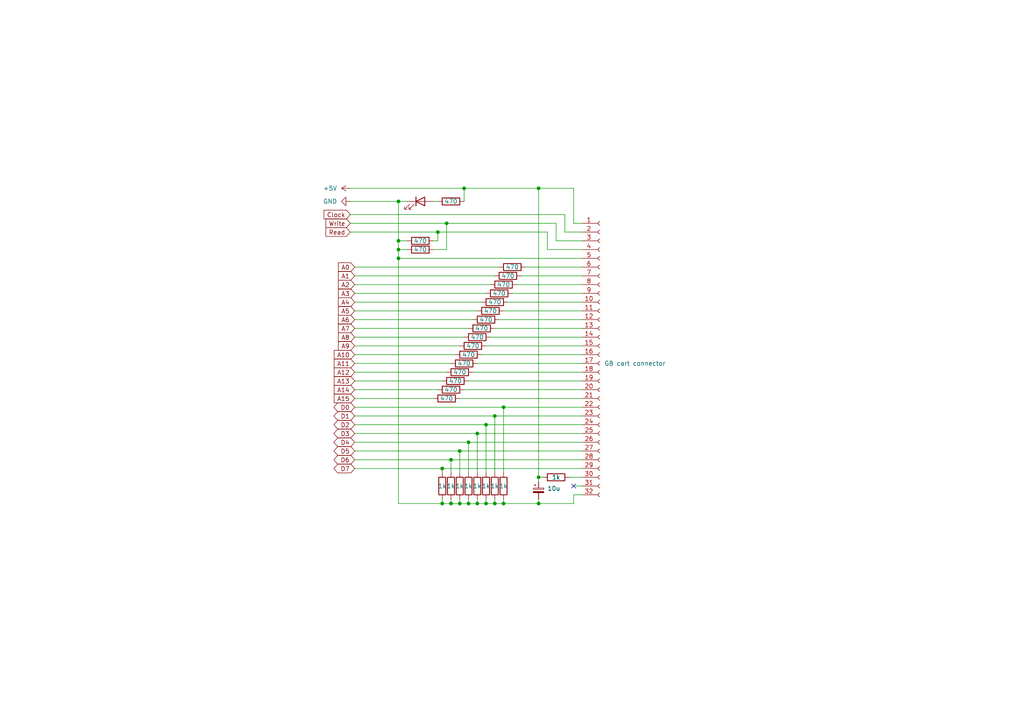
<source format=kicad_sch>
(kicad_sch (version 20230121) (generator eeschema)

  (uuid 50feaf61-fece-4b86-be15-ba32ce9b0bcb)

  (paper "A4")

  (title_block
    (title "Arduino GB cart connector")
    (date "2023-08-07")
    (rev "1")
    (company "Piotr Szulc")
    (comment 1 "https://github.com/GreenOlvi/gb-cart-arduino")
  )

  (lib_symbols
    (symbol "Connector:Conn_01x32_Socket" (pin_names (offset 1.016) hide) (in_bom yes) (on_board yes)
      (property "Reference" "J" (at 0 40.64 0)
        (effects (font (size 1.27 1.27)))
      )
      (property "Value" "Conn_01x32_Socket" (at 0 -43.18 0)
        (effects (font (size 1.27 1.27)))
      )
      (property "Footprint" "" (at 0 0 0)
        (effects (font (size 1.27 1.27)) hide)
      )
      (property "Datasheet" "~" (at 0 0 0)
        (effects (font (size 1.27 1.27)) hide)
      )
      (property "ki_locked" "" (at 0 0 0)
        (effects (font (size 1.27 1.27)))
      )
      (property "ki_keywords" "connector" (at 0 0 0)
        (effects (font (size 1.27 1.27)) hide)
      )
      (property "ki_description" "Generic connector, single row, 01x32, script generated" (at 0 0 0)
        (effects (font (size 1.27 1.27)) hide)
      )
      (property "ki_fp_filters" "Connector*:*_1x??_*" (at 0 0 0)
        (effects (font (size 1.27 1.27)) hide)
      )
      (symbol "Conn_01x32_Socket_1_1"
        (arc (start 0 -40.132) (mid -0.5058 -40.64) (end 0 -41.148)
          (stroke (width 0.1524) (type default))
          (fill (type none))
        )
        (arc (start 0 -37.592) (mid -0.5058 -38.1) (end 0 -38.608)
          (stroke (width 0.1524) (type default))
          (fill (type none))
        )
        (arc (start 0 -35.052) (mid -0.5058 -35.56) (end 0 -36.068)
          (stroke (width 0.1524) (type default))
          (fill (type none))
        )
        (arc (start 0 -32.512) (mid -0.5058 -33.02) (end 0 -33.528)
          (stroke (width 0.1524) (type default))
          (fill (type none))
        )
        (arc (start 0 -29.972) (mid -0.5058 -30.48) (end 0 -30.988)
          (stroke (width 0.1524) (type default))
          (fill (type none))
        )
        (arc (start 0 -27.432) (mid -0.5058 -27.94) (end 0 -28.448)
          (stroke (width 0.1524) (type default))
          (fill (type none))
        )
        (arc (start 0 -24.892) (mid -0.5058 -25.4) (end 0 -25.908)
          (stroke (width 0.1524) (type default))
          (fill (type none))
        )
        (arc (start 0 -22.352) (mid -0.5058 -22.86) (end 0 -23.368)
          (stroke (width 0.1524) (type default))
          (fill (type none))
        )
        (arc (start 0 -19.812) (mid -0.5058 -20.32) (end 0 -20.828)
          (stroke (width 0.1524) (type default))
          (fill (type none))
        )
        (arc (start 0 -17.272) (mid -0.5058 -17.78) (end 0 -18.288)
          (stroke (width 0.1524) (type default))
          (fill (type none))
        )
        (arc (start 0 -14.732) (mid -0.5058 -15.24) (end 0 -15.748)
          (stroke (width 0.1524) (type default))
          (fill (type none))
        )
        (arc (start 0 -12.192) (mid -0.5058 -12.7) (end 0 -13.208)
          (stroke (width 0.1524) (type default))
          (fill (type none))
        )
        (arc (start 0 -9.652) (mid -0.5058 -10.16) (end 0 -10.668)
          (stroke (width 0.1524) (type default))
          (fill (type none))
        )
        (arc (start 0 -7.112) (mid -0.5058 -7.62) (end 0 -8.128)
          (stroke (width 0.1524) (type default))
          (fill (type none))
        )
        (arc (start 0 -4.572) (mid -0.5058 -5.08) (end 0 -5.588)
          (stroke (width 0.1524) (type default))
          (fill (type none))
        )
        (arc (start 0 -2.032) (mid -0.5058 -2.54) (end 0 -3.048)
          (stroke (width 0.1524) (type default))
          (fill (type none))
        )
        (polyline
          (pts
            (xy -1.27 -40.64)
            (xy -0.508 -40.64)
          )
          (stroke (width 0.1524) (type default))
          (fill (type none))
        )
        (polyline
          (pts
            (xy -1.27 -38.1)
            (xy -0.508 -38.1)
          )
          (stroke (width 0.1524) (type default))
          (fill (type none))
        )
        (polyline
          (pts
            (xy -1.27 -35.56)
            (xy -0.508 -35.56)
          )
          (stroke (width 0.1524) (type default))
          (fill (type none))
        )
        (polyline
          (pts
            (xy -1.27 -33.02)
            (xy -0.508 -33.02)
          )
          (stroke (width 0.1524) (type default))
          (fill (type none))
        )
        (polyline
          (pts
            (xy -1.27 -30.48)
            (xy -0.508 -30.48)
          )
          (stroke (width 0.1524) (type default))
          (fill (type none))
        )
        (polyline
          (pts
            (xy -1.27 -27.94)
            (xy -0.508 -27.94)
          )
          (stroke (width 0.1524) (type default))
          (fill (type none))
        )
        (polyline
          (pts
            (xy -1.27 -25.4)
            (xy -0.508 -25.4)
          )
          (stroke (width 0.1524) (type default))
          (fill (type none))
        )
        (polyline
          (pts
            (xy -1.27 -22.86)
            (xy -0.508 -22.86)
          )
          (stroke (width 0.1524) (type default))
          (fill (type none))
        )
        (polyline
          (pts
            (xy -1.27 -20.32)
            (xy -0.508 -20.32)
          )
          (stroke (width 0.1524) (type default))
          (fill (type none))
        )
        (polyline
          (pts
            (xy -1.27 -17.78)
            (xy -0.508 -17.78)
          )
          (stroke (width 0.1524) (type default))
          (fill (type none))
        )
        (polyline
          (pts
            (xy -1.27 -15.24)
            (xy -0.508 -15.24)
          )
          (stroke (width 0.1524) (type default))
          (fill (type none))
        )
        (polyline
          (pts
            (xy -1.27 -12.7)
            (xy -0.508 -12.7)
          )
          (stroke (width 0.1524) (type default))
          (fill (type none))
        )
        (polyline
          (pts
            (xy -1.27 -10.16)
            (xy -0.508 -10.16)
          )
          (stroke (width 0.1524) (type default))
          (fill (type none))
        )
        (polyline
          (pts
            (xy -1.27 -7.62)
            (xy -0.508 -7.62)
          )
          (stroke (width 0.1524) (type default))
          (fill (type none))
        )
        (polyline
          (pts
            (xy -1.27 -5.08)
            (xy -0.508 -5.08)
          )
          (stroke (width 0.1524) (type default))
          (fill (type none))
        )
        (polyline
          (pts
            (xy -1.27 -2.54)
            (xy -0.508 -2.54)
          )
          (stroke (width 0.1524) (type default))
          (fill (type none))
        )
        (polyline
          (pts
            (xy -1.27 0)
            (xy -0.508 0)
          )
          (stroke (width 0.1524) (type default))
          (fill (type none))
        )
        (polyline
          (pts
            (xy -1.27 2.54)
            (xy -0.508 2.54)
          )
          (stroke (width 0.1524) (type default))
          (fill (type none))
        )
        (polyline
          (pts
            (xy -1.27 5.08)
            (xy -0.508 5.08)
          )
          (stroke (width 0.1524) (type default))
          (fill (type none))
        )
        (polyline
          (pts
            (xy -1.27 7.62)
            (xy -0.508 7.62)
          )
          (stroke (width 0.1524) (type default))
          (fill (type none))
        )
        (polyline
          (pts
            (xy -1.27 10.16)
            (xy -0.508 10.16)
          )
          (stroke (width 0.1524) (type default))
          (fill (type none))
        )
        (polyline
          (pts
            (xy -1.27 12.7)
            (xy -0.508 12.7)
          )
          (stroke (width 0.1524) (type default))
          (fill (type none))
        )
        (polyline
          (pts
            (xy -1.27 15.24)
            (xy -0.508 15.24)
          )
          (stroke (width 0.1524) (type default))
          (fill (type none))
        )
        (polyline
          (pts
            (xy -1.27 17.78)
            (xy -0.508 17.78)
          )
          (stroke (width 0.1524) (type default))
          (fill (type none))
        )
        (polyline
          (pts
            (xy -1.27 20.32)
            (xy -0.508 20.32)
          )
          (stroke (width 0.1524) (type default))
          (fill (type none))
        )
        (polyline
          (pts
            (xy -1.27 22.86)
            (xy -0.508 22.86)
          )
          (stroke (width 0.1524) (type default))
          (fill (type none))
        )
        (polyline
          (pts
            (xy -1.27 25.4)
            (xy -0.508 25.4)
          )
          (stroke (width 0.1524) (type default))
          (fill (type none))
        )
        (polyline
          (pts
            (xy -1.27 27.94)
            (xy -0.508 27.94)
          )
          (stroke (width 0.1524) (type default))
          (fill (type none))
        )
        (polyline
          (pts
            (xy -1.27 30.48)
            (xy -0.508 30.48)
          )
          (stroke (width 0.1524) (type default))
          (fill (type none))
        )
        (polyline
          (pts
            (xy -1.27 33.02)
            (xy -0.508 33.02)
          )
          (stroke (width 0.1524) (type default))
          (fill (type none))
        )
        (polyline
          (pts
            (xy -1.27 35.56)
            (xy -0.508 35.56)
          )
          (stroke (width 0.1524) (type default))
          (fill (type none))
        )
        (polyline
          (pts
            (xy -1.27 38.1)
            (xy -0.508 38.1)
          )
          (stroke (width 0.1524) (type default))
          (fill (type none))
        )
        (arc (start 0 0.508) (mid -0.5058 0) (end 0 -0.508)
          (stroke (width 0.1524) (type default))
          (fill (type none))
        )
        (arc (start 0 3.048) (mid -0.5058 2.54) (end 0 2.032)
          (stroke (width 0.1524) (type default))
          (fill (type none))
        )
        (arc (start 0 5.588) (mid -0.5058 5.08) (end 0 4.572)
          (stroke (width 0.1524) (type default))
          (fill (type none))
        )
        (arc (start 0 8.128) (mid -0.5058 7.62) (end 0 7.112)
          (stroke (width 0.1524) (type default))
          (fill (type none))
        )
        (arc (start 0 10.668) (mid -0.5058 10.16) (end 0 9.652)
          (stroke (width 0.1524) (type default))
          (fill (type none))
        )
        (arc (start 0 13.208) (mid -0.5058 12.7) (end 0 12.192)
          (stroke (width 0.1524) (type default))
          (fill (type none))
        )
        (arc (start 0 15.748) (mid -0.5058 15.24) (end 0 14.732)
          (stroke (width 0.1524) (type default))
          (fill (type none))
        )
        (arc (start 0 18.288) (mid -0.5058 17.78) (end 0 17.272)
          (stroke (width 0.1524) (type default))
          (fill (type none))
        )
        (arc (start 0 20.828) (mid -0.5058 20.32) (end 0 19.812)
          (stroke (width 0.1524) (type default))
          (fill (type none))
        )
        (arc (start 0 23.368) (mid -0.5058 22.86) (end 0 22.352)
          (stroke (width 0.1524) (type default))
          (fill (type none))
        )
        (arc (start 0 25.908) (mid -0.5058 25.4) (end 0 24.892)
          (stroke (width 0.1524) (type default))
          (fill (type none))
        )
        (arc (start 0 28.448) (mid -0.5058 27.94) (end 0 27.432)
          (stroke (width 0.1524) (type default))
          (fill (type none))
        )
        (arc (start 0 30.988) (mid -0.5058 30.48) (end 0 29.972)
          (stroke (width 0.1524) (type default))
          (fill (type none))
        )
        (arc (start 0 33.528) (mid -0.5058 33.02) (end 0 32.512)
          (stroke (width 0.1524) (type default))
          (fill (type none))
        )
        (arc (start 0 36.068) (mid -0.5058 35.56) (end 0 35.052)
          (stroke (width 0.1524) (type default))
          (fill (type none))
        )
        (arc (start 0 38.608) (mid -0.5058 38.1) (end 0 37.592)
          (stroke (width 0.1524) (type default))
          (fill (type none))
        )
        (pin passive line (at -5.08 38.1 0) (length 3.81)
          (name "Pin_1" (effects (font (size 1.27 1.27))))
          (number "1" (effects (font (size 1.27 1.27))))
        )
        (pin passive line (at -5.08 15.24 0) (length 3.81)
          (name "Pin_10" (effects (font (size 1.27 1.27))))
          (number "10" (effects (font (size 1.27 1.27))))
        )
        (pin passive line (at -5.08 12.7 0) (length 3.81)
          (name "Pin_11" (effects (font (size 1.27 1.27))))
          (number "11" (effects (font (size 1.27 1.27))))
        )
        (pin passive line (at -5.08 10.16 0) (length 3.81)
          (name "Pin_12" (effects (font (size 1.27 1.27))))
          (number "12" (effects (font (size 1.27 1.27))))
        )
        (pin passive line (at -5.08 7.62 0) (length 3.81)
          (name "Pin_13" (effects (font (size 1.27 1.27))))
          (number "13" (effects (font (size 1.27 1.27))))
        )
        (pin passive line (at -5.08 5.08 0) (length 3.81)
          (name "Pin_14" (effects (font (size 1.27 1.27))))
          (number "14" (effects (font (size 1.27 1.27))))
        )
        (pin passive line (at -5.08 2.54 0) (length 3.81)
          (name "Pin_15" (effects (font (size 1.27 1.27))))
          (number "15" (effects (font (size 1.27 1.27))))
        )
        (pin passive line (at -5.08 0 0) (length 3.81)
          (name "Pin_16" (effects (font (size 1.27 1.27))))
          (number "16" (effects (font (size 1.27 1.27))))
        )
        (pin passive line (at -5.08 -2.54 0) (length 3.81)
          (name "Pin_17" (effects (font (size 1.27 1.27))))
          (number "17" (effects (font (size 1.27 1.27))))
        )
        (pin passive line (at -5.08 -5.08 0) (length 3.81)
          (name "Pin_18" (effects (font (size 1.27 1.27))))
          (number "18" (effects (font (size 1.27 1.27))))
        )
        (pin passive line (at -5.08 -7.62 0) (length 3.81)
          (name "Pin_19" (effects (font (size 1.27 1.27))))
          (number "19" (effects (font (size 1.27 1.27))))
        )
        (pin passive line (at -5.08 35.56 0) (length 3.81)
          (name "Pin_2" (effects (font (size 1.27 1.27))))
          (number "2" (effects (font (size 1.27 1.27))))
        )
        (pin passive line (at -5.08 -10.16 0) (length 3.81)
          (name "Pin_20" (effects (font (size 1.27 1.27))))
          (number "20" (effects (font (size 1.27 1.27))))
        )
        (pin passive line (at -5.08 -12.7 0) (length 3.81)
          (name "Pin_21" (effects (font (size 1.27 1.27))))
          (number "21" (effects (font (size 1.27 1.27))))
        )
        (pin passive line (at -5.08 -15.24 0) (length 3.81)
          (name "Pin_22" (effects (font (size 1.27 1.27))))
          (number "22" (effects (font (size 1.27 1.27))))
        )
        (pin passive line (at -5.08 -17.78 0) (length 3.81)
          (name "Pin_23" (effects (font (size 1.27 1.27))))
          (number "23" (effects (font (size 1.27 1.27))))
        )
        (pin passive line (at -5.08 -20.32 0) (length 3.81)
          (name "Pin_24" (effects (font (size 1.27 1.27))))
          (number "24" (effects (font (size 1.27 1.27))))
        )
        (pin passive line (at -5.08 -22.86 0) (length 3.81)
          (name "Pin_25" (effects (font (size 1.27 1.27))))
          (number "25" (effects (font (size 1.27 1.27))))
        )
        (pin passive line (at -5.08 -25.4 0) (length 3.81)
          (name "Pin_26" (effects (font (size 1.27 1.27))))
          (number "26" (effects (font (size 1.27 1.27))))
        )
        (pin passive line (at -5.08 -27.94 0) (length 3.81)
          (name "Pin_27" (effects (font (size 1.27 1.27))))
          (number "27" (effects (font (size 1.27 1.27))))
        )
        (pin passive line (at -5.08 -30.48 0) (length 3.81)
          (name "Pin_28" (effects (font (size 1.27 1.27))))
          (number "28" (effects (font (size 1.27 1.27))))
        )
        (pin passive line (at -5.08 -33.02 0) (length 3.81)
          (name "Pin_29" (effects (font (size 1.27 1.27))))
          (number "29" (effects (font (size 1.27 1.27))))
        )
        (pin passive line (at -5.08 33.02 0) (length 3.81)
          (name "Pin_3" (effects (font (size 1.27 1.27))))
          (number "3" (effects (font (size 1.27 1.27))))
        )
        (pin passive line (at -5.08 -35.56 0) (length 3.81)
          (name "Pin_30" (effects (font (size 1.27 1.27))))
          (number "30" (effects (font (size 1.27 1.27))))
        )
        (pin passive line (at -5.08 -38.1 0) (length 3.81)
          (name "Pin_31" (effects (font (size 1.27 1.27))))
          (number "31" (effects (font (size 1.27 1.27))))
        )
        (pin passive line (at -5.08 -40.64 0) (length 3.81)
          (name "Pin_32" (effects (font (size 1.27 1.27))))
          (number "32" (effects (font (size 1.27 1.27))))
        )
        (pin passive line (at -5.08 30.48 0) (length 3.81)
          (name "Pin_4" (effects (font (size 1.27 1.27))))
          (number "4" (effects (font (size 1.27 1.27))))
        )
        (pin passive line (at -5.08 27.94 0) (length 3.81)
          (name "Pin_5" (effects (font (size 1.27 1.27))))
          (number "5" (effects (font (size 1.27 1.27))))
        )
        (pin passive line (at -5.08 25.4 0) (length 3.81)
          (name "Pin_6" (effects (font (size 1.27 1.27))))
          (number "6" (effects (font (size 1.27 1.27))))
        )
        (pin passive line (at -5.08 22.86 0) (length 3.81)
          (name "Pin_7" (effects (font (size 1.27 1.27))))
          (number "7" (effects (font (size 1.27 1.27))))
        )
        (pin passive line (at -5.08 20.32 0) (length 3.81)
          (name "Pin_8" (effects (font (size 1.27 1.27))))
          (number "8" (effects (font (size 1.27 1.27))))
        )
        (pin passive line (at -5.08 17.78 0) (length 3.81)
          (name "Pin_9" (effects (font (size 1.27 1.27))))
          (number "9" (effects (font (size 1.27 1.27))))
        )
      )
    )
    (symbol "Device:C_Polarized_Small" (pin_numbers hide) (pin_names (offset 0.254) hide) (in_bom yes) (on_board yes)
      (property "Reference" "C" (at 0.254 1.778 0)
        (effects (font (size 1.27 1.27)) (justify left))
      )
      (property "Value" "C_Polarized_Small" (at 0.254 -2.032 0)
        (effects (font (size 1.27 1.27)) (justify left))
      )
      (property "Footprint" "" (at 0 0 0)
        (effects (font (size 1.27 1.27)) hide)
      )
      (property "Datasheet" "~" (at 0 0 0)
        (effects (font (size 1.27 1.27)) hide)
      )
      (property "ki_keywords" "cap capacitor" (at 0 0 0)
        (effects (font (size 1.27 1.27)) hide)
      )
      (property "ki_description" "Polarized capacitor, small symbol" (at 0 0 0)
        (effects (font (size 1.27 1.27)) hide)
      )
      (property "ki_fp_filters" "CP_*" (at 0 0 0)
        (effects (font (size 1.27 1.27)) hide)
      )
      (symbol "C_Polarized_Small_0_1"
        (rectangle (start -1.524 -0.3048) (end 1.524 -0.6858)
          (stroke (width 0) (type default))
          (fill (type outline))
        )
        (rectangle (start -1.524 0.6858) (end 1.524 0.3048)
          (stroke (width 0) (type default))
          (fill (type none))
        )
        (polyline
          (pts
            (xy -1.27 1.524)
            (xy -0.762 1.524)
          )
          (stroke (width 0) (type default))
          (fill (type none))
        )
        (polyline
          (pts
            (xy -1.016 1.27)
            (xy -1.016 1.778)
          )
          (stroke (width 0) (type default))
          (fill (type none))
        )
      )
      (symbol "C_Polarized_Small_1_1"
        (pin passive line (at 0 2.54 270) (length 1.8542)
          (name "~" (effects (font (size 1.27 1.27))))
          (number "1" (effects (font (size 1.27 1.27))))
        )
        (pin passive line (at 0 -2.54 90) (length 1.8542)
          (name "~" (effects (font (size 1.27 1.27))))
          (number "2" (effects (font (size 1.27 1.27))))
        )
      )
    )
    (symbol "Device:LED" (pin_numbers hide) (pin_names (offset 1.016) hide) (in_bom yes) (on_board yes)
      (property "Reference" "D" (at 0 2.54 0)
        (effects (font (size 1.27 1.27)))
      )
      (property "Value" "LED" (at 0 -2.54 0)
        (effects (font (size 1.27 1.27)))
      )
      (property "Footprint" "" (at 0 0 0)
        (effects (font (size 1.27 1.27)) hide)
      )
      (property "Datasheet" "~" (at 0 0 0)
        (effects (font (size 1.27 1.27)) hide)
      )
      (property "ki_keywords" "LED diode" (at 0 0 0)
        (effects (font (size 1.27 1.27)) hide)
      )
      (property "ki_description" "Light emitting diode" (at 0 0 0)
        (effects (font (size 1.27 1.27)) hide)
      )
      (property "ki_fp_filters" "LED* LED_SMD:* LED_THT:*" (at 0 0 0)
        (effects (font (size 1.27 1.27)) hide)
      )
      (symbol "LED_0_1"
        (polyline
          (pts
            (xy -1.27 -1.27)
            (xy -1.27 1.27)
          )
          (stroke (width 0.254) (type default))
          (fill (type none))
        )
        (polyline
          (pts
            (xy -1.27 0)
            (xy 1.27 0)
          )
          (stroke (width 0) (type default))
          (fill (type none))
        )
        (polyline
          (pts
            (xy 1.27 -1.27)
            (xy 1.27 1.27)
            (xy -1.27 0)
            (xy 1.27 -1.27)
          )
          (stroke (width 0.254) (type default))
          (fill (type none))
        )
        (polyline
          (pts
            (xy -3.048 -0.762)
            (xy -4.572 -2.286)
            (xy -3.81 -2.286)
            (xy -4.572 -2.286)
            (xy -4.572 -1.524)
          )
          (stroke (width 0) (type default))
          (fill (type none))
        )
        (polyline
          (pts
            (xy -1.778 -0.762)
            (xy -3.302 -2.286)
            (xy -2.54 -2.286)
            (xy -3.302 -2.286)
            (xy -3.302 -1.524)
          )
          (stroke (width 0) (type default))
          (fill (type none))
        )
      )
      (symbol "LED_1_1"
        (pin passive line (at -3.81 0 0) (length 2.54)
          (name "K" (effects (font (size 1.27 1.27))))
          (number "1" (effects (font (size 1.27 1.27))))
        )
        (pin passive line (at 3.81 0 180) (length 2.54)
          (name "A" (effects (font (size 1.27 1.27))))
          (number "2" (effects (font (size 1.27 1.27))))
        )
      )
    )
    (symbol "Device:R" (pin_numbers hide) (pin_names (offset 0)) (in_bom yes) (on_board yes)
      (property "Reference" "R" (at 2.032 0 90)
        (effects (font (size 1.27 1.27)))
      )
      (property "Value" "R" (at 0 0 90)
        (effects (font (size 1.27 1.27)))
      )
      (property "Footprint" "" (at -1.778 0 90)
        (effects (font (size 1.27 1.27)) hide)
      )
      (property "Datasheet" "~" (at 0 0 0)
        (effects (font (size 1.27 1.27)) hide)
      )
      (property "ki_keywords" "R res resistor" (at 0 0 0)
        (effects (font (size 1.27 1.27)) hide)
      )
      (property "ki_description" "Resistor" (at 0 0 0)
        (effects (font (size 1.27 1.27)) hide)
      )
      (property "ki_fp_filters" "R_*" (at 0 0 0)
        (effects (font (size 1.27 1.27)) hide)
      )
      (symbol "R_0_1"
        (rectangle (start -1.016 -2.54) (end 1.016 2.54)
          (stroke (width 0.254) (type default))
          (fill (type none))
        )
      )
      (symbol "R_1_1"
        (pin passive line (at 0 3.81 270) (length 1.27)
          (name "~" (effects (font (size 1.27 1.27))))
          (number "1" (effects (font (size 1.27 1.27))))
        )
        (pin passive line (at 0 -3.81 90) (length 1.27)
          (name "~" (effects (font (size 1.27 1.27))))
          (number "2" (effects (font (size 1.27 1.27))))
        )
      )
    )
    (symbol "power:+5V" (power) (pin_names (offset 0)) (in_bom yes) (on_board yes)
      (property "Reference" "#PWR" (at 0 -3.81 0)
        (effects (font (size 1.27 1.27)) hide)
      )
      (property "Value" "+5V" (at 0 3.556 0)
        (effects (font (size 1.27 1.27)))
      )
      (property "Footprint" "" (at 0 0 0)
        (effects (font (size 1.27 1.27)) hide)
      )
      (property "Datasheet" "" (at 0 0 0)
        (effects (font (size 1.27 1.27)) hide)
      )
      (property "ki_keywords" "global power" (at 0 0 0)
        (effects (font (size 1.27 1.27)) hide)
      )
      (property "ki_description" "Power symbol creates a global label with name \"+5V\"" (at 0 0 0)
        (effects (font (size 1.27 1.27)) hide)
      )
      (symbol "+5V_0_1"
        (polyline
          (pts
            (xy -0.762 1.27)
            (xy 0 2.54)
          )
          (stroke (width 0) (type default))
          (fill (type none))
        )
        (polyline
          (pts
            (xy 0 0)
            (xy 0 2.54)
          )
          (stroke (width 0) (type default))
          (fill (type none))
        )
        (polyline
          (pts
            (xy 0 2.54)
            (xy 0.762 1.27)
          )
          (stroke (width 0) (type default))
          (fill (type none))
        )
      )
      (symbol "+5V_1_1"
        (pin power_in line (at 0 0 90) (length 0) hide
          (name "+5V" (effects (font (size 1.27 1.27))))
          (number "1" (effects (font (size 1.27 1.27))))
        )
      )
    )
    (symbol "power:GND" (power) (pin_names (offset 0)) (in_bom yes) (on_board yes)
      (property "Reference" "#PWR" (at 0 -6.35 0)
        (effects (font (size 1.27 1.27)) hide)
      )
      (property "Value" "GND" (at 0 -3.81 0)
        (effects (font (size 1.27 1.27)))
      )
      (property "Footprint" "" (at 0 0 0)
        (effects (font (size 1.27 1.27)) hide)
      )
      (property "Datasheet" "" (at 0 0 0)
        (effects (font (size 1.27 1.27)) hide)
      )
      (property "ki_keywords" "global power" (at 0 0 0)
        (effects (font (size 1.27 1.27)) hide)
      )
      (property "ki_description" "Power symbol creates a global label with name \"GND\" , ground" (at 0 0 0)
        (effects (font (size 1.27 1.27)) hide)
      )
      (symbol "GND_0_1"
        (polyline
          (pts
            (xy 0 0)
            (xy 0 -1.27)
            (xy 1.27 -1.27)
            (xy 0 -2.54)
            (xy -1.27 -1.27)
            (xy 0 -1.27)
          )
          (stroke (width 0) (type default))
          (fill (type none))
        )
      )
      (symbol "GND_1_1"
        (pin power_in line (at 0 0 270) (length 0) hide
          (name "GND" (effects (font (size 1.27 1.27))))
          (number "1" (effects (font (size 1.27 1.27))))
        )
      )
    )
  )

  (junction (at 115.57 58.42) (diameter 0) (color 0 0 0 0)
    (uuid 0403e328-04fd-465d-a294-d653e2ff03fa)
  )
  (junction (at 133.35 146.05) (diameter 0) (color 0 0 0 0)
    (uuid 15c92db7-30f0-40db-86f9-98a8df45f1c8)
  )
  (junction (at 135.89 146.05) (diameter 0) (color 0 0 0 0)
    (uuid 250f0dd0-b857-4b4d-9bce-248248d33fc2)
  )
  (junction (at 146.05 118.11) (diameter 0) (color 0 0 0 0)
    (uuid 2953fcac-c17c-4110-a4e5-b3993d184368)
  )
  (junction (at 156.21 54.61) (diameter 0) (color 0 0 0 0)
    (uuid 35b1d896-c3a4-4172-bc14-2c1d18dd5079)
  )
  (junction (at 130.81 146.05) (diameter 0) (color 0 0 0 0)
    (uuid 3e7729ca-cb11-497c-a3a7-95393c4defbb)
  )
  (junction (at 115.57 72.39) (diameter 0) (color 0 0 0 0)
    (uuid 3ec7f739-a1e8-4e36-b179-58425de9919c)
  )
  (junction (at 115.57 74.93) (diameter 0) (color 0 0 0 0)
    (uuid 3ef3dc68-d0b8-40bc-8c29-95e7bebfb93d)
  )
  (junction (at 140.97 146.05) (diameter 0) (color 0 0 0 0)
    (uuid 41cdb1c4-2d69-46d6-bb4c-5aa1920a26d1)
  )
  (junction (at 140.97 123.19) (diameter 0) (color 0 0 0 0)
    (uuid 4c483eb4-5295-4521-ac67-31fe14578c66)
  )
  (junction (at 134.62 54.61) (diameter 0) (color 0 0 0 0)
    (uuid 507d5071-f537-4c00-8750-caebefd1ad3f)
  )
  (junction (at 135.89 128.27) (diameter 0) (color 0 0 0 0)
    (uuid 59f0c730-e3a6-4e43-8cd5-eb8aeae31044)
  )
  (junction (at 133.35 130.81) (diameter 0) (color 0 0 0 0)
    (uuid 5b0fc249-49a7-4132-bf4d-612fd9bac5da)
  )
  (junction (at 128.27 135.89) (diameter 0) (color 0 0 0 0)
    (uuid 5e0beaaf-a703-4c8a-8ee5-aa9cafb34225)
  )
  (junction (at 138.43 125.73) (diameter 0) (color 0 0 0 0)
    (uuid 6ea31682-18fc-44d0-9dab-966932440eab)
  )
  (junction (at 127 67.31) (diameter 0) (color 0 0 0 0)
    (uuid 7732d435-cd26-4015-a5a1-aa9374b7a74c)
  )
  (junction (at 143.51 146.05) (diameter 0) (color 0 0 0 0)
    (uuid 843c0708-0e24-4401-8c8c-6418c116f384)
  )
  (junction (at 138.43 146.05) (diameter 0) (color 0 0 0 0)
    (uuid 850e5d32-ab72-4a0e-8027-a5baf944ecc5)
  )
  (junction (at 128.27 146.05) (diameter 0) (color 0 0 0 0)
    (uuid 87dff0aa-a2d0-4f14-bce1-9f775f9f1a20)
  )
  (junction (at 130.81 133.35) (diameter 0) (color 0 0 0 0)
    (uuid 9e3364b5-7284-467f-b2f5-92342d28c4d3)
  )
  (junction (at 115.57 69.85) (diameter 0) (color 0 0 0 0)
    (uuid a57762ef-5c84-49d1-9c5c-cd6caa5f425f)
  )
  (junction (at 129.54 64.77) (diameter 0) (color 0 0 0 0)
    (uuid d5bd1c78-ae0f-4816-b58c-d51474e05452)
  )
  (junction (at 156.21 138.43) (diameter 0) (color 0 0 0 0)
    (uuid db42d5d9-e910-4a59-acec-815590f4e3d7)
  )
  (junction (at 156.21 146.05) (diameter 0) (color 0 0 0 0)
    (uuid dcf2c3f3-23ec-4524-bc84-8cc855a22e4f)
  )
  (junction (at 146.05 146.05) (diameter 0) (color 0 0 0 0)
    (uuid df398650-8242-435c-b6b3-63db6df7e5b3)
  )
  (junction (at 143.51 120.65) (diameter 0) (color 0 0 0 0)
    (uuid ebbfa47a-f565-4d7d-898e-cc830f9cac96)
  )

  (no_connect (at 166.37 140.97) (uuid df3f25c3-b6c5-4f06-8321-858d8b70e1af))

  (wire (pts (xy 158.75 72.39) (xy 168.91 72.39))
    (stroke (width 0) (type default))
    (uuid 055a495f-2a56-4480-bb3b-21c777fba42c)
  )
  (wire (pts (xy 115.57 69.85) (xy 115.57 72.39))
    (stroke (width 0) (type default))
    (uuid 0646d068-cc61-4d1b-b4c6-8e450c56f77d)
  )
  (wire (pts (xy 115.57 72.39) (xy 115.57 74.93))
    (stroke (width 0) (type default))
    (uuid 07debb7b-2875-409f-a5cc-48aff6637f09)
  )
  (wire (pts (xy 138.43 146.05) (xy 140.97 146.05))
    (stroke (width 0) (type default))
    (uuid 08df8441-4bf5-4cb3-8ea0-77a2b6179d6e)
  )
  (wire (pts (xy 102.87 77.47) (xy 144.78 77.47))
    (stroke (width 0) (type default))
    (uuid 093b1ae4-adcc-4e7c-9c0a-7b01fa077228)
  )
  (wire (pts (xy 101.6 58.42) (xy 115.57 58.42))
    (stroke (width 0) (type default))
    (uuid 09a25b26-f183-4b54-b404-d43c2462e756)
  )
  (wire (pts (xy 156.21 54.61) (xy 156.21 138.43))
    (stroke (width 0) (type default))
    (uuid 0c5bc7f2-f6ef-4952-bb90-889fd634e1f7)
  )
  (wire (pts (xy 102.87 113.03) (xy 127 113.03))
    (stroke (width 0) (type default))
    (uuid 16dab5c5-e2f8-4b38-b597-6f93fef71d38)
  )
  (wire (pts (xy 148.59 85.09) (xy 168.91 85.09))
    (stroke (width 0) (type default))
    (uuid 17019ade-3c57-4f37-8164-e4f0f3525ee7)
  )
  (wire (pts (xy 102.87 95.25) (xy 135.89 95.25))
    (stroke (width 0) (type default))
    (uuid 1745b0a6-adbe-4098-8cc2-a50c98834414)
  )
  (wire (pts (xy 137.16 107.95) (xy 168.91 107.95))
    (stroke (width 0) (type default))
    (uuid 1ca04418-539e-4cec-bbf8-a6cfbf5b062a)
  )
  (wire (pts (xy 140.97 100.33) (xy 168.91 100.33))
    (stroke (width 0) (type default))
    (uuid 1f011702-5b7c-4af0-9d03-b7d25ad723b7)
  )
  (wire (pts (xy 130.81 146.05) (xy 133.35 146.05))
    (stroke (width 0) (type default))
    (uuid 217914e3-67d3-46f2-af75-6d92c7e6f0be)
  )
  (wire (pts (xy 166.37 143.51) (xy 168.91 143.51))
    (stroke (width 0) (type default))
    (uuid 21ccd62d-47f1-466d-bee5-2157df8aa521)
  )
  (wire (pts (xy 101.6 67.31) (xy 127 67.31))
    (stroke (width 0) (type default))
    (uuid 22ec2197-c6a7-4884-9b1a-df7c43c7fa5b)
  )
  (wire (pts (xy 134.62 54.61) (xy 156.21 54.61))
    (stroke (width 0) (type default))
    (uuid 25ea4a9e-c3e2-4e82-a30c-fad2524b0a8a)
  )
  (wire (pts (xy 102.87 133.35) (xy 130.81 133.35))
    (stroke (width 0) (type default))
    (uuid 2871c28a-0834-49f1-a0c8-02e436708205)
  )
  (wire (pts (xy 115.57 146.05) (xy 128.27 146.05))
    (stroke (width 0) (type default))
    (uuid 2ef8cd77-d289-4ce3-98f5-0d07d9b84c3e)
  )
  (wire (pts (xy 102.87 110.49) (xy 128.27 110.49))
    (stroke (width 0) (type default))
    (uuid 2f9cd737-d9c6-4b1b-847b-0b78219c3916)
  )
  (wire (pts (xy 115.57 74.93) (xy 115.57 146.05))
    (stroke (width 0) (type default))
    (uuid 3050e3e7-76e8-467b-a15a-2e0e065ad366)
  )
  (wire (pts (xy 146.05 146.05) (xy 156.21 146.05))
    (stroke (width 0) (type default))
    (uuid 311ef127-0909-48db-aeb6-a60a605c26d2)
  )
  (wire (pts (xy 139.7 102.87) (xy 168.91 102.87))
    (stroke (width 0) (type default))
    (uuid 31a4906f-fa06-426d-9631-ca27fdb691ac)
  )
  (wire (pts (xy 101.6 64.77) (xy 129.54 64.77))
    (stroke (width 0) (type default))
    (uuid 329a84a2-434e-48c2-be88-9a4601b14f08)
  )
  (wire (pts (xy 129.54 64.77) (xy 129.54 72.39))
    (stroke (width 0) (type default))
    (uuid 33034542-de91-4bab-829f-ce492864236f)
  )
  (wire (pts (xy 138.43 105.41) (xy 168.91 105.41))
    (stroke (width 0) (type default))
    (uuid 33f15c0b-4657-4562-bbb2-bd1fd9a8ec5b)
  )
  (wire (pts (xy 142.24 97.79) (xy 168.91 97.79))
    (stroke (width 0) (type default))
    (uuid 34611c84-0d11-4aa1-a17b-30164208ea90)
  )
  (wire (pts (xy 115.57 69.85) (xy 118.11 69.85))
    (stroke (width 0) (type default))
    (uuid 35a23d10-4ace-4e5a-8082-b906b4567572)
  )
  (wire (pts (xy 128.27 135.89) (xy 168.91 135.89))
    (stroke (width 0) (type default))
    (uuid 3c395aea-ddd9-4d12-bf6f-a32d42ae476e)
  )
  (wire (pts (xy 156.21 139.7) (xy 156.21 138.43))
    (stroke (width 0) (type default))
    (uuid 3ddcb223-e546-43e2-9057-3d206617d552)
  )
  (wire (pts (xy 135.89 128.27) (xy 168.91 128.27))
    (stroke (width 0) (type default))
    (uuid 3e4be068-c39a-49e9-a47e-170ae6d41d21)
  )
  (wire (pts (xy 140.97 146.05) (xy 140.97 144.78))
    (stroke (width 0) (type default))
    (uuid 3e5ee17a-5dd8-4dc2-b718-7e4cecb3631e)
  )
  (wire (pts (xy 102.87 90.17) (xy 138.43 90.17))
    (stroke (width 0) (type default))
    (uuid 4438d96d-aea5-4b8a-8341-f5f34d62dd33)
  )
  (wire (pts (xy 134.62 54.61) (xy 134.62 58.42))
    (stroke (width 0) (type default))
    (uuid 46573b04-5633-48bd-aa73-9e2eea559f97)
  )
  (wire (pts (xy 140.97 123.19) (xy 168.91 123.19))
    (stroke (width 0) (type default))
    (uuid 4a7caa52-be3e-4355-9e9f-14f63c7fac08)
  )
  (wire (pts (xy 102.87 128.27) (xy 135.89 128.27))
    (stroke (width 0) (type default))
    (uuid 4b1157d1-b999-4974-aa5f-7a8fa1cae725)
  )
  (wire (pts (xy 156.21 146.05) (xy 156.21 144.78))
    (stroke (width 0) (type default))
    (uuid 4c147c1d-b176-4ee3-8f33-fc9117a3d786)
  )
  (wire (pts (xy 135.89 146.05) (xy 138.43 146.05))
    (stroke (width 0) (type default))
    (uuid 500495ab-dbf4-4ccc-9c7b-6651ee424084)
  )
  (wire (pts (xy 115.57 58.42) (xy 115.57 69.85))
    (stroke (width 0) (type default))
    (uuid 51510c45-ec31-4e42-85b2-dddfe7b8f0a8)
  )
  (wire (pts (xy 143.51 95.25) (xy 168.91 95.25))
    (stroke (width 0) (type default))
    (uuid 53a54a46-3946-4464-a54a-e3531352bc48)
  )
  (wire (pts (xy 127 67.31) (xy 158.75 67.31))
    (stroke (width 0) (type default))
    (uuid 5431ffe6-721d-4380-bfce-639d8d199b1e)
  )
  (wire (pts (xy 133.35 130.81) (xy 133.35 137.16))
    (stroke (width 0) (type default))
    (uuid 545854b1-8df5-44f7-a0f3-9f94a768f3e0)
  )
  (wire (pts (xy 101.6 54.61) (xy 134.62 54.61))
    (stroke (width 0) (type default))
    (uuid 552df076-6d26-4548-a7d5-4f205b997105)
  )
  (wire (pts (xy 138.43 146.05) (xy 138.43 144.78))
    (stroke (width 0) (type default))
    (uuid 559037b6-12d7-4b9a-8976-d12d0a96ae71)
  )
  (wire (pts (xy 151.13 80.01) (xy 168.91 80.01))
    (stroke (width 0) (type default))
    (uuid 57b1fd3b-a935-4e22-9f5f-656fc67be159)
  )
  (wire (pts (xy 102.87 115.57) (xy 125.73 115.57))
    (stroke (width 0) (type default))
    (uuid 598874d8-1b37-4bce-a55f-37a143dad311)
  )
  (wire (pts (xy 102.87 87.63) (xy 139.7 87.63))
    (stroke (width 0) (type default))
    (uuid 598bc728-4fdb-44d7-923c-f89603913c36)
  )
  (wire (pts (xy 166.37 146.05) (xy 166.37 143.51))
    (stroke (width 0) (type default))
    (uuid 5c675c62-e258-4fd7-be8a-2b454b636e27)
  )
  (wire (pts (xy 102.87 97.79) (xy 134.62 97.79))
    (stroke (width 0) (type default))
    (uuid 5f0e159a-1022-4ce7-afdd-56dfd6694e1d)
  )
  (wire (pts (xy 158.75 67.31) (xy 158.75 72.39))
    (stroke (width 0) (type default))
    (uuid 609d1a2e-0db5-41e9-a332-ff17bf2bf07f)
  )
  (wire (pts (xy 102.87 120.65) (xy 143.51 120.65))
    (stroke (width 0) (type default))
    (uuid 6547a84f-2fca-4131-a515-bd9ef2990b16)
  )
  (wire (pts (xy 133.35 130.81) (xy 168.91 130.81))
    (stroke (width 0) (type default))
    (uuid 68ce8dac-9a63-4dab-9b36-f43059e636e1)
  )
  (wire (pts (xy 133.35 115.57) (xy 168.91 115.57))
    (stroke (width 0) (type default))
    (uuid 693b362c-24ff-4574-bc29-38177df586e4)
  )
  (wire (pts (xy 146.05 90.17) (xy 168.91 90.17))
    (stroke (width 0) (type default))
    (uuid 6a9628a8-cb19-4e01-9277-13d26d0b697d)
  )
  (wire (pts (xy 138.43 125.73) (xy 168.91 125.73))
    (stroke (width 0) (type default))
    (uuid 6bf211ee-e89f-4c19-815d-816df769184b)
  )
  (wire (pts (xy 133.35 146.05) (xy 135.89 146.05))
    (stroke (width 0) (type default))
    (uuid 6d2690bd-ea57-4f59-9135-dd34d576a98b)
  )
  (wire (pts (xy 129.54 72.39) (xy 125.73 72.39))
    (stroke (width 0) (type default))
    (uuid 70105c68-6175-41a8-b397-06f9a90a6ce3)
  )
  (wire (pts (xy 102.87 92.71) (xy 137.16 92.71))
    (stroke (width 0) (type default))
    (uuid 70cf71a9-9963-49bb-b764-7a6eea3a440b)
  )
  (wire (pts (xy 102.87 107.95) (xy 129.54 107.95))
    (stroke (width 0) (type default))
    (uuid 70f294b0-6aa2-4647-afb8-76e0043298d9)
  )
  (wire (pts (xy 102.87 130.81) (xy 133.35 130.81))
    (stroke (width 0) (type default))
    (uuid 77db3851-ea23-4992-9d7b-ea12a962b78a)
  )
  (wire (pts (xy 102.87 85.09) (xy 140.97 85.09))
    (stroke (width 0) (type default))
    (uuid 7a204346-9798-40f9-8205-2588ed041a87)
  )
  (wire (pts (xy 140.97 123.19) (xy 140.97 137.16))
    (stroke (width 0) (type default))
    (uuid 7ccc7abf-2c4e-4e6b-96bb-df4a744ddc5f)
  )
  (wire (pts (xy 166.37 54.61) (xy 166.37 64.77))
    (stroke (width 0) (type default))
    (uuid 81452fdc-ed4f-471b-983e-93bcbc1b38cd)
  )
  (wire (pts (xy 165.1 138.43) (xy 168.91 138.43))
    (stroke (width 0) (type default))
    (uuid 822d79da-badf-4f5f-a6a8-ab4ab0be09c7)
  )
  (wire (pts (xy 102.87 105.41) (xy 130.81 105.41))
    (stroke (width 0) (type default))
    (uuid 82f91156-8ac6-4d09-9353-8fa883089e7e)
  )
  (wire (pts (xy 133.35 146.05) (xy 133.35 144.78))
    (stroke (width 0) (type default))
    (uuid 883316ee-e1cc-4a6a-9bb6-a790a17df61a)
  )
  (wire (pts (xy 144.78 92.71) (xy 168.91 92.71))
    (stroke (width 0) (type default))
    (uuid 9227e799-8888-4f01-b783-a591d7f8cd09)
  )
  (wire (pts (xy 127 69.85) (xy 125.73 69.85))
    (stroke (width 0) (type default))
    (uuid 98f838e1-6c89-4b9a-b72d-d394ab12683b)
  )
  (wire (pts (xy 149.86 82.55) (xy 168.91 82.55))
    (stroke (width 0) (type default))
    (uuid 9c0e7a7e-3a8a-4c96-9661-ddd02ae47bfe)
  )
  (wire (pts (xy 166.37 64.77) (xy 168.91 64.77))
    (stroke (width 0) (type default))
    (uuid 9d585bfe-af3c-4e2b-8953-a3dbf8a9f0b7)
  )
  (wire (pts (xy 128.27 137.16) (xy 128.27 135.89))
    (stroke (width 0) (type default))
    (uuid 9ef68e5c-9f40-45f3-b673-39ac86ecbd31)
  )
  (wire (pts (xy 161.29 64.77) (xy 161.29 69.85))
    (stroke (width 0) (type default))
    (uuid 9ff560b2-40ac-45b0-9799-68f48f54999c)
  )
  (wire (pts (xy 128.27 146.05) (xy 128.27 144.78))
    (stroke (width 0) (type default))
    (uuid a85f147a-75ee-4945-bcc5-9dba5cb3a72a)
  )
  (wire (pts (xy 102.87 125.73) (xy 138.43 125.73))
    (stroke (width 0) (type default))
    (uuid a889e1a2-008b-4fa7-affb-5844a4031852)
  )
  (wire (pts (xy 146.05 118.11) (xy 102.87 118.11))
    (stroke (width 0) (type default))
    (uuid aad15e98-d183-4a01-a125-7617756fb3da)
  )
  (wire (pts (xy 156.21 146.05) (xy 166.37 146.05))
    (stroke (width 0) (type default))
    (uuid ac30a823-9aa1-475e-87fb-69f9c4390368)
  )
  (wire (pts (xy 156.21 138.43) (xy 157.48 138.43))
    (stroke (width 0) (type default))
    (uuid ad01606f-6c1c-4bc2-8059-fa21721b0305)
  )
  (wire (pts (xy 147.32 87.63) (xy 168.91 87.63))
    (stroke (width 0) (type default))
    (uuid b2e12665-3821-4284-93a7-9d15db695372)
  )
  (wire (pts (xy 115.57 58.42) (xy 118.11 58.42))
    (stroke (width 0) (type default))
    (uuid b38ef357-db58-4ff6-93f8-7c6a7b0c328f)
  )
  (wire (pts (xy 102.87 82.55) (xy 142.24 82.55))
    (stroke (width 0) (type default))
    (uuid b3e54f9e-4630-4f94-ba9a-bc935fa18cec)
  )
  (wire (pts (xy 143.51 120.65) (xy 168.91 120.65))
    (stroke (width 0) (type default))
    (uuid b3fd58d9-badf-4587-8661-1bcb2b009b9f)
  )
  (wire (pts (xy 146.05 146.05) (xy 146.05 144.78))
    (stroke (width 0) (type default))
    (uuid b56e8079-977a-41dc-bdc8-a20f36dd9c2e)
  )
  (wire (pts (xy 102.87 100.33) (xy 133.35 100.33))
    (stroke (width 0) (type default))
    (uuid b632e7c1-5293-4bdf-a96e-56335a3bcf79)
  )
  (wire (pts (xy 140.97 146.05) (xy 143.51 146.05))
    (stroke (width 0) (type default))
    (uuid ba900ab9-3220-4cfd-bcad-67e72f17b063)
  )
  (wire (pts (xy 125.73 58.42) (xy 127 58.42))
    (stroke (width 0) (type default))
    (uuid bdeb2ec9-a72c-4886-a170-3b42bb8c0f24)
  )
  (wire (pts (xy 161.29 69.85) (xy 168.91 69.85))
    (stroke (width 0) (type default))
    (uuid be2f518f-7ae2-4d92-9d82-df2b38f5c23b)
  )
  (wire (pts (xy 127 67.31) (xy 127 69.85))
    (stroke (width 0) (type default))
    (uuid c19f58aa-a1f8-4adf-8d2e-65a4867eeefa)
  )
  (wire (pts (xy 166.37 140.97) (xy 168.91 140.97))
    (stroke (width 0) (type default))
    (uuid c35047cc-1ecf-4269-b247-125d9c45c39d)
  )
  (wire (pts (xy 129.54 64.77) (xy 161.29 64.77))
    (stroke (width 0) (type default))
    (uuid c4af5836-bf12-45b6-855b-e4e8ccdc33bf)
  )
  (wire (pts (xy 102.87 80.01) (xy 143.51 80.01))
    (stroke (width 0) (type default))
    (uuid c63c0574-c2b3-4685-952b-1ed6d3383c81)
  )
  (wire (pts (xy 130.81 146.05) (xy 130.81 144.78))
    (stroke (width 0) (type default))
    (uuid c8dd14a9-f268-4fdc-b902-d15c66a8e1ca)
  )
  (wire (pts (xy 130.81 133.35) (xy 130.81 137.16))
    (stroke (width 0) (type default))
    (uuid cab311c5-88ff-44fc-a2fe-4e7df2c9de01)
  )
  (wire (pts (xy 156.21 54.61) (xy 166.37 54.61))
    (stroke (width 0) (type default))
    (uuid cabc661a-6779-4abb-b8bb-20bac273183b)
  )
  (wire (pts (xy 163.83 62.23) (xy 163.83 67.31))
    (stroke (width 0) (type default))
    (uuid cc9bb93c-13fe-442c-aafd-8d3c081e13e5)
  )
  (wire (pts (xy 143.51 120.65) (xy 143.51 137.16))
    (stroke (width 0) (type default))
    (uuid cede333d-68f8-4207-af82-ee7253f67603)
  )
  (wire (pts (xy 143.51 146.05) (xy 143.51 144.78))
    (stroke (width 0) (type default))
    (uuid d1dc6d2f-93a9-46e9-bb51-0ddc605b5d37)
  )
  (wire (pts (xy 138.43 125.73) (xy 138.43 137.16))
    (stroke (width 0) (type default))
    (uuid d21ead26-5a29-443a-9058-40c3ec8a1d91)
  )
  (wire (pts (xy 102.87 102.87) (xy 132.08 102.87))
    (stroke (width 0) (type default))
    (uuid d5aad982-963a-47ab-84ff-08720271bef0)
  )
  (wire (pts (xy 163.83 67.31) (xy 168.91 67.31))
    (stroke (width 0) (type default))
    (uuid d6f1ed03-a338-4785-9ea9-f6dfa6c475cb)
  )
  (wire (pts (xy 130.81 133.35) (xy 168.91 133.35))
    (stroke (width 0) (type default))
    (uuid db0a783a-1b40-4154-977e-1f2928b2a653)
  )
  (wire (pts (xy 102.87 135.89) (xy 128.27 135.89))
    (stroke (width 0) (type default))
    (uuid dbb913af-5e01-4d16-b935-4fabd05ba39a)
  )
  (wire (pts (xy 128.27 146.05) (xy 130.81 146.05))
    (stroke (width 0) (type default))
    (uuid dc596831-e17d-4657-b658-f9045cafaed5)
  )
  (wire (pts (xy 135.89 146.05) (xy 135.89 144.78))
    (stroke (width 0) (type default))
    (uuid ea3f22c9-f538-4928-8ce7-617fbbea806c)
  )
  (wire (pts (xy 146.05 118.11) (xy 168.91 118.11))
    (stroke (width 0) (type default))
    (uuid ea4f8477-3a69-488d-b24c-3ae2cc6cbf85)
  )
  (wire (pts (xy 152.4 77.47) (xy 168.91 77.47))
    (stroke (width 0) (type default))
    (uuid eadac217-5734-41a4-93f0-900d389b9783)
  )
  (wire (pts (xy 143.51 146.05) (xy 146.05 146.05))
    (stroke (width 0) (type default))
    (uuid ee392a7c-23bd-4c32-af33-62077023cd40)
  )
  (wire (pts (xy 115.57 72.39) (xy 118.11 72.39))
    (stroke (width 0) (type default))
    (uuid f06f18e2-0622-4541-8fda-e283ef0595e6)
  )
  (wire (pts (xy 134.62 113.03) (xy 168.91 113.03))
    (stroke (width 0) (type default))
    (uuid f0fc1f5c-a075-437e-b001-a86aef9839ba)
  )
  (wire (pts (xy 135.89 128.27) (xy 135.89 137.16))
    (stroke (width 0) (type default))
    (uuid f465a3da-6be1-49d5-8a22-29c8ce6dc896)
  )
  (wire (pts (xy 102.87 123.19) (xy 140.97 123.19))
    (stroke (width 0) (type default))
    (uuid f4a6b4e5-21f4-4c42-83d3-52fed0e04867)
  )
  (wire (pts (xy 135.89 110.49) (xy 168.91 110.49))
    (stroke (width 0) (type default))
    (uuid f66d7910-69d7-4854-9d9c-0b7fea62d345)
  )
  (wire (pts (xy 101.6 62.23) (xy 163.83 62.23))
    (stroke (width 0) (type default))
    (uuid f7fa4210-ebe6-4419-a497-2a6c477c7654)
  )
  (wire (pts (xy 115.57 74.93) (xy 168.91 74.93))
    (stroke (width 0) (type default))
    (uuid fd28263e-cf95-4fd5-a342-90dc04df954c)
  )
  (wire (pts (xy 146.05 118.11) (xy 146.05 137.16))
    (stroke (width 0) (type default))
    (uuid fe9ccf5e-ceb3-4a73-af25-36157523709b)
  )

  (global_label "D5" (shape bidirectional) (at 102.87 130.81 180) (fields_autoplaced)
    (effects (font (size 1.27 1.27)) (justify right))
    (uuid 04c4af89-fd8a-4c4f-a78b-1c4ac8530b9d)
    (property "Intersheetrefs" "${INTERSHEET_REFS}" (at 96.294 130.81 0)
      (effects (font (size 1.27 1.27)) (justify right) hide)
    )
  )
  (global_label "D1" (shape bidirectional) (at 102.87 120.65 180) (fields_autoplaced)
    (effects (font (size 1.27 1.27)) (justify right))
    (uuid 0acabfd7-42f3-4ff2-9012-bec588f65589)
    (property "Intersheetrefs" "${INTERSHEET_REFS}" (at 96.294 120.65 0)
      (effects (font (size 1.27 1.27)) (justify right) hide)
    )
  )
  (global_label "A7" (shape input) (at 102.87 95.25 180) (fields_autoplaced)
    (effects (font (size 1.27 1.27)) (justify right))
    (uuid 240b179a-f1a3-462b-9cdc-4dadb7c75a54)
    (property "Intersheetrefs" "${INTERSHEET_REFS}" (at 97.5867 95.25 0)
      (effects (font (size 1.27 1.27)) (justify right) hide)
    )
  )
  (global_label "D0" (shape bidirectional) (at 102.87 118.11 180) (fields_autoplaced)
    (effects (font (size 1.27 1.27)) (justify right))
    (uuid 388432f5-e57d-4f95-a60b-84d7058903ce)
    (property "Intersheetrefs" "${INTERSHEET_REFS}" (at 96.294 118.11 0)
      (effects (font (size 1.27 1.27)) (justify right) hide)
    )
  )
  (global_label "A4" (shape input) (at 102.87 87.63 180) (fields_autoplaced)
    (effects (font (size 1.27 1.27)) (justify right))
    (uuid 428ea922-08c8-4d48-95da-72588d1de6f5)
    (property "Intersheetrefs" "${INTERSHEET_REFS}" (at 97.5867 87.63 0)
      (effects (font (size 1.27 1.27)) (justify right) hide)
    )
  )
  (global_label "A8" (shape input) (at 102.87 97.79 180) (fields_autoplaced)
    (effects (font (size 1.27 1.27)) (justify right))
    (uuid 498b2c73-dcb2-4178-bdad-8913e72d6282)
    (property "Intersheetrefs" "${INTERSHEET_REFS}" (at 97.5867 97.79 0)
      (effects (font (size 1.27 1.27)) (justify right) hide)
    )
  )
  (global_label "Clock" (shape input) (at 101.6 62.23 180) (fields_autoplaced)
    (effects (font (size 1.27 1.27)) (justify right))
    (uuid 4ac366b3-dde1-4da1-b03a-8cec85aa2366)
    (property "Intersheetrefs" "${INTERSHEET_REFS}" (at 93.4139 62.23 0)
      (effects (font (size 1.27 1.27)) (justify right) hide)
    )
  )
  (global_label "A10" (shape input) (at 102.87 102.87 180) (fields_autoplaced)
    (effects (font (size 1.27 1.27)) (justify right))
    (uuid 4bfd8bc9-a37a-43e0-8e7a-fb1782f39730)
    (property "Intersheetrefs" "${INTERSHEET_REFS}" (at 96.3772 102.87 0)
      (effects (font (size 1.27 1.27)) (justify right) hide)
    )
  )
  (global_label "D6" (shape bidirectional) (at 102.87 133.35 180) (fields_autoplaced)
    (effects (font (size 1.27 1.27)) (justify right))
    (uuid 4d7e4348-7be4-476b-a4ec-0981162607a4)
    (property "Intersheetrefs" "${INTERSHEET_REFS}" (at 96.294 133.35 0)
      (effects (font (size 1.27 1.27)) (justify right) hide)
    )
  )
  (global_label "D4" (shape bidirectional) (at 102.87 128.27 180) (fields_autoplaced)
    (effects (font (size 1.27 1.27)) (justify right))
    (uuid 545a1048-f5cc-435b-a966-3c478acae843)
    (property "Intersheetrefs" "${INTERSHEET_REFS}" (at 96.294 128.27 0)
      (effects (font (size 1.27 1.27)) (justify right) hide)
    )
  )
  (global_label "A1" (shape input) (at 102.87 80.01 180) (fields_autoplaced)
    (effects (font (size 1.27 1.27)) (justify right))
    (uuid 5930591d-71ff-410d-a018-a5106b52640a)
    (property "Intersheetrefs" "${INTERSHEET_REFS}" (at 97.5867 80.01 0)
      (effects (font (size 1.27 1.27)) (justify right) hide)
    )
  )
  (global_label "D3" (shape bidirectional) (at 102.87 125.73 180) (fields_autoplaced)
    (effects (font (size 1.27 1.27)) (justify right))
    (uuid 61c70b19-0b48-480e-b31c-e4c1cab393f9)
    (property "Intersheetrefs" "${INTERSHEET_REFS}" (at 96.294 125.73 0)
      (effects (font (size 1.27 1.27)) (justify right) hide)
    )
  )
  (global_label "A6" (shape input) (at 102.87 92.71 180) (fields_autoplaced)
    (effects (font (size 1.27 1.27)) (justify right))
    (uuid 68e596e7-3f32-4210-b918-63577f3c1af7)
    (property "Intersheetrefs" "${INTERSHEET_REFS}" (at 97.5867 92.71 0)
      (effects (font (size 1.27 1.27)) (justify right) hide)
    )
  )
  (global_label "A9" (shape input) (at 102.87 100.33 180) (fields_autoplaced)
    (effects (font (size 1.27 1.27)) (justify right))
    (uuid 69ce1a55-f1a1-44c3-b817-74c3ad509c2c)
    (property "Intersheetrefs" "${INTERSHEET_REFS}" (at 97.5867 100.33 0)
      (effects (font (size 1.27 1.27)) (justify right) hide)
    )
  )
  (global_label "Write" (shape input) (at 101.6 64.77 180) (fields_autoplaced)
    (effects (font (size 1.27 1.27)) (justify right))
    (uuid 6a295880-35e0-4e2e-911a-37b63c9dbe25)
    (property "Intersheetrefs" "${INTERSHEET_REFS}" (at 93.9581 64.77 0)
      (effects (font (size 1.27 1.27)) (justify right) hide)
    )
  )
  (global_label "A14" (shape input) (at 102.87 113.03 180) (fields_autoplaced)
    (effects (font (size 1.27 1.27)) (justify right))
    (uuid 75b91604-c10d-4b1b-9318-df9d79c9db07)
    (property "Intersheetrefs" "${INTERSHEET_REFS}" (at 96.3772 113.03 0)
      (effects (font (size 1.27 1.27)) (justify right) hide)
    )
  )
  (global_label "D7" (shape bidirectional) (at 102.87 135.89 180) (fields_autoplaced)
    (effects (font (size 1.27 1.27)) (justify right))
    (uuid 7a4e4de8-1548-4612-8d89-5c41da52fefa)
    (property "Intersheetrefs" "${INTERSHEET_REFS}" (at 96.294 135.89 0)
      (effects (font (size 1.27 1.27)) (justify right) hide)
    )
  )
  (global_label "A5" (shape input) (at 102.87 90.17 180) (fields_autoplaced)
    (effects (font (size 1.27 1.27)) (justify right))
    (uuid 8c0bd558-dff5-44b9-a498-ed0b255d30e7)
    (property "Intersheetrefs" "${INTERSHEET_REFS}" (at 97.5867 90.17 0)
      (effects (font (size 1.27 1.27)) (justify right) hide)
    )
  )
  (global_label "A12" (shape input) (at 102.87 107.95 180) (fields_autoplaced)
    (effects (font (size 1.27 1.27)) (justify right))
    (uuid 9ea7798f-6036-4690-a8e4-499f5b326dfa)
    (property "Intersheetrefs" "${INTERSHEET_REFS}" (at 96.3772 107.95 0)
      (effects (font (size 1.27 1.27)) (justify right) hide)
    )
  )
  (global_label "Read" (shape input) (at 101.6 67.31 180) (fields_autoplaced)
    (effects (font (size 1.27 1.27)) (justify right))
    (uuid a129b45e-36f2-4531-9e98-cb03509d42fb)
    (property "Intersheetrefs" "${INTERSHEET_REFS}" (at 93.9582 67.31 0)
      (effects (font (size 1.27 1.27)) (justify right) hide)
    )
  )
  (global_label "A13" (shape input) (at 102.87 110.49 180) (fields_autoplaced)
    (effects (font (size 1.27 1.27)) (justify right))
    (uuid a5798095-4cd3-4525-9a52-a8a1ee9ddefb)
    (property "Intersheetrefs" "${INTERSHEET_REFS}" (at 96.3772 110.49 0)
      (effects (font (size 1.27 1.27)) (justify right) hide)
    )
  )
  (global_label "D2" (shape bidirectional) (at 102.87 123.19 180) (fields_autoplaced)
    (effects (font (size 1.27 1.27)) (justify right))
    (uuid ac3c9adb-a05a-444e-9b84-d78d0da327ac)
    (property "Intersheetrefs" "${INTERSHEET_REFS}" (at 96.294 123.19 0)
      (effects (font (size 1.27 1.27)) (justify right) hide)
    )
  )
  (global_label "A0" (shape input) (at 102.87 77.47 180) (fields_autoplaced)
    (effects (font (size 1.27 1.27)) (justify right))
    (uuid af827444-f356-4deb-8ee7-d1c59ab5f8f8)
    (property "Intersheetrefs" "${INTERSHEET_REFS}" (at 97.5867 77.47 0)
      (effects (font (size 1.27 1.27)) (justify right) hide)
    )
  )
  (global_label "A15" (shape input) (at 102.87 115.57 180) (fields_autoplaced)
    (effects (font (size 1.27 1.27)) (justify right))
    (uuid cefa8810-634c-42ac-aba8-44704206fb73)
    (property "Intersheetrefs" "${INTERSHEET_REFS}" (at 96.3772 115.57 0)
      (effects (font (size 1.27 1.27)) (justify right) hide)
    )
  )
  (global_label "A3" (shape input) (at 102.87 85.09 180) (fields_autoplaced)
    (effects (font (size 1.27 1.27)) (justify right))
    (uuid e6185f43-b15b-4de8-b768-f1306423817c)
    (property "Intersheetrefs" "${INTERSHEET_REFS}" (at 97.5867 85.09 0)
      (effects (font (size 1.27 1.27)) (justify right) hide)
    )
  )
  (global_label "A11" (shape input) (at 102.87 105.41 180) (fields_autoplaced)
    (effects (font (size 1.27 1.27)) (justify right))
    (uuid ed62322b-7b5c-4503-8a0e-23f665eee0eb)
    (property "Intersheetrefs" "${INTERSHEET_REFS}" (at 96.3772 105.41 0)
      (effects (font (size 1.27 1.27)) (justify right) hide)
    )
  )
  (global_label "A2" (shape input) (at 102.87 82.55 180) (fields_autoplaced)
    (effects (font (size 1.27 1.27)) (justify right))
    (uuid f1dcfff9-3c40-417f-b618-7fe92485da6a)
    (property "Intersheetrefs" "${INTERSHEET_REFS}" (at 97.5867 82.55 0)
      (effects (font (size 1.27 1.27)) (justify right) hide)
    )
  )

  (symbol (lib_id "Device:R") (at 121.92 69.85 270) (unit 1)
    (in_bom yes) (on_board yes) (dnp no)
    (uuid 03126747-4d49-4c70-92ba-c0e297f0c56c)
    (property "Reference" "Ra17" (at 121.92 76.2 90)
      (effects (font (size 1.27 1.27)) hide)
    )
    (property "Value" "470" (at 121.92 69.85 90)
      (effects (font (size 1.27 1.27)))
    )
    (property "Footprint" "" (at 121.92 68.072 90)
      (effects (font (size 1.27 1.27)) hide)
    )
    (property "Datasheet" "~" (at 121.92 69.85 0)
      (effects (font (size 1.27 1.27)) hide)
    )
    (pin "1" (uuid cfd38762-f3c8-49d1-bfc9-b8804a01d645))
    (pin "2" (uuid 3a2b3010-3965-4d53-90f5-f6d4eecc0e64))
    (instances
      (project "gb-cart-arduino-v1"
        (path "/50feaf61-fece-4b86-be15-ba32ce9b0bcb"
          (reference "Ra17") (unit 1)
        )
      )
    )
  )

  (symbol (lib_id "Device:R") (at 137.16 100.33 90) (unit 1)
    (in_bom yes) (on_board yes) (dnp no)
    (uuid 08d1c2c3-e6cd-4d2e-ade9-cb9e957d3f7f)
    (property "Reference" "Ra9" (at 137.16 93.98 90)
      (effects (font (size 1.27 1.27)) hide)
    )
    (property "Value" "470" (at 137.16 100.33 90)
      (effects (font (size 1.27 1.27)))
    )
    (property "Footprint" "" (at 137.16 102.108 90)
      (effects (font (size 1.27 1.27)) hide)
    )
    (property "Datasheet" "~" (at 137.16 100.33 0)
      (effects (font (size 1.27 1.27)) hide)
    )
    (pin "1" (uuid c37d895d-161a-46b2-b71e-f270154983a2))
    (pin "2" (uuid 1cc77641-2db6-4ca6-9550-3efccb6c0de4))
    (instances
      (project "gb-cart-arduino-v1"
        (path "/50feaf61-fece-4b86-be15-ba32ce9b0bcb"
          (reference "Ra9") (unit 1)
        )
      )
    )
  )

  (symbol (lib_id "Device:C_Polarized_Small") (at 156.21 142.24 0) (unit 1)
    (in_bom yes) (on_board yes) (dnp no) (fields_autoplaced)
    (uuid 0cc25806-96a0-4d71-b5c7-6d1aae2d1610)
    (property "Reference" "Ce1" (at 158.75 140.4239 0)
      (effects (font (size 1.27 1.27)) (justify left) hide)
    )
    (property "Value" "10u" (at 158.75 141.6939 0)
      (effects (font (size 1.27 1.27)) (justify left))
    )
    (property "Footprint" "" (at 156.21 142.24 0)
      (effects (font (size 1.27 1.27)) hide)
    )
    (property "Datasheet" "~" (at 156.21 142.24 0)
      (effects (font (size 1.27 1.27)) hide)
    )
    (pin "1" (uuid f550e68a-ba80-428f-a778-72d6ac2627f5))
    (pin "2" (uuid 2eaba70c-a491-4a79-9a5a-0986988acc3c))
    (instances
      (project "gb-cart-arduino-v1"
        (path "/50feaf61-fece-4b86-be15-ba32ce9b0bcb"
          (reference "Ce1") (unit 1)
        )
      )
    )
  )

  (symbol (lib_id "Device:R") (at 147.32 80.01 90) (unit 1)
    (in_bom yes) (on_board yes) (dnp no)
    (uuid 1862ab92-8feb-42bb-8ed4-4cd5527b5db1)
    (property "Reference" "Ra1" (at 147.32 73.66 90)
      (effects (font (size 1.27 1.27)) hide)
    )
    (property "Value" "470" (at 147.32 80.01 90)
      (effects (font (size 1.27 1.27)))
    )
    (property "Footprint" "" (at 147.32 81.788 90)
      (effects (font (size 1.27 1.27)) hide)
    )
    (property "Datasheet" "~" (at 147.32 80.01 0)
      (effects (font (size 1.27 1.27)) hide)
    )
    (pin "1" (uuid 2079b658-130e-427f-9161-c521b2d28944))
    (pin "2" (uuid b29d21f2-9af8-4c5b-891e-81062f8fd8e0))
    (instances
      (project "gb-cart-arduino-v1"
        (path "/50feaf61-fece-4b86-be15-ba32ce9b0bcb"
          (reference "Ra1") (unit 1)
        )
      )
    )
  )

  (symbol (lib_id "Device:R") (at 143.51 140.97 0) (unit 1)
    (in_bom yes) (on_board yes) (dnp no)
    (uuid 18a5814c-d297-488b-ac25-f1e395f18c13)
    (property "Reference" "Rd1" (at 146.05 139.7 0)
      (effects (font (size 1.27 1.27)) (justify left) hide)
    )
    (property "Value" "1k" (at 142.24 140.97 0)
      (effects (font (size 1.27 1.27)) (justify left))
    )
    (property "Footprint" "" (at 141.732 140.97 90)
      (effects (font (size 1.27 1.27)) hide)
    )
    (property "Datasheet" "~" (at 143.51 140.97 0)
      (effects (font (size 1.27 1.27)) hide)
    )
    (pin "1" (uuid 7a1749cc-0b5e-4bc5-8438-f70a6bf40983))
    (pin "2" (uuid 717eb122-9ca9-4dcf-b0e1-d006fe640517))
    (instances
      (project "gb-cart-arduino-v1"
        (path "/50feaf61-fece-4b86-be15-ba32ce9b0bcb"
          (reference "Rd1") (unit 1)
        )
      )
    )
  )

  (symbol (lib_id "Device:R") (at 138.43 97.79 90) (unit 1)
    (in_bom yes) (on_board yes) (dnp no)
    (uuid 196227b5-a18e-428c-ad18-f5af4be19ecd)
    (property "Reference" "Ra8" (at 138.43 91.44 90)
      (effects (font (size 1.27 1.27)) hide)
    )
    (property "Value" "470" (at 138.43 97.79 90)
      (effects (font (size 1.27 1.27)))
    )
    (property "Footprint" "" (at 138.43 99.568 90)
      (effects (font (size 1.27 1.27)) hide)
    )
    (property "Datasheet" "~" (at 138.43 97.79 0)
      (effects (font (size 1.27 1.27)) hide)
    )
    (pin "1" (uuid 08050516-99df-4c6c-a280-b48bdc066068))
    (pin "2" (uuid bf649354-559e-4a31-9d8d-a1cd7178c564))
    (instances
      (project "gb-cart-arduino-v1"
        (path "/50feaf61-fece-4b86-be15-ba32ce9b0bcb"
          (reference "Ra8") (unit 1)
        )
      )
    )
  )

  (symbol (lib_id "Device:R") (at 144.78 85.09 90) (unit 1)
    (in_bom yes) (on_board yes) (dnp no)
    (uuid 2164c759-0774-40b2-94e8-c821302ce41a)
    (property "Reference" "Ra3" (at 144.78 78.74 90)
      (effects (font (size 1.27 1.27)) hide)
    )
    (property "Value" "470" (at 144.78 85.09 90)
      (effects (font (size 1.27 1.27)))
    )
    (property "Footprint" "" (at 144.78 86.868 90)
      (effects (font (size 1.27 1.27)) hide)
    )
    (property "Datasheet" "~" (at 144.78 85.09 0)
      (effects (font (size 1.27 1.27)) hide)
    )
    (pin "1" (uuid dbea6edd-cbda-4d58-8ce1-ffdd99256c54))
    (pin "2" (uuid 97929794-d46d-4dc5-b6e2-5635402945bf))
    (instances
      (project "gb-cart-arduino-v1"
        (path "/50feaf61-fece-4b86-be15-ba32ce9b0bcb"
          (reference "Ra3") (unit 1)
        )
      )
    )
  )

  (symbol (lib_id "Device:R") (at 146.05 140.97 0) (unit 1)
    (in_bom yes) (on_board yes) (dnp no)
    (uuid 22caf9ee-ff75-4ff9-a421-c009a7ad43d5)
    (property "Reference" "Rd0" (at 148.59 139.7 0)
      (effects (font (size 1.27 1.27)) (justify left) hide)
    )
    (property "Value" "1k" (at 144.78 140.97 0)
      (effects (font (size 1.27 1.27)) (justify left))
    )
    (property "Footprint" "" (at 144.272 140.97 90)
      (effects (font (size 1.27 1.27)) hide)
    )
    (property "Datasheet" "~" (at 146.05 140.97 0)
      (effects (font (size 1.27 1.27)) hide)
    )
    (pin "1" (uuid 29eac092-920e-4e15-a4dd-4f6e80c4f22d))
    (pin "2" (uuid 0648f57b-6f02-4795-ae1b-ad7b34c26964))
    (instances
      (project "gb-cart-arduino-v1"
        (path "/50feaf61-fece-4b86-be15-ba32ce9b0bcb"
          (reference "Rd0") (unit 1)
        )
      )
    )
  )

  (symbol (lib_id "Device:R") (at 135.89 102.87 90) (unit 1)
    (in_bom yes) (on_board yes) (dnp no)
    (uuid 31af368b-17d8-482a-824f-4c3c546bdfe5)
    (property "Reference" "Ra10" (at 135.89 96.52 90)
      (effects (font (size 1.27 1.27)) hide)
    )
    (property "Value" "470" (at 135.89 102.87 90)
      (effects (font (size 1.27 1.27)))
    )
    (property "Footprint" "" (at 135.89 104.648 90)
      (effects (font (size 1.27 1.27)) hide)
    )
    (property "Datasheet" "~" (at 135.89 102.87 0)
      (effects (font (size 1.27 1.27)) hide)
    )
    (pin "1" (uuid 9f77d610-7717-4de3-b848-8071ce89e52f))
    (pin "2" (uuid 28ac54ed-1e0f-4c2c-a367-194ddc6a81ca))
    (instances
      (project "gb-cart-arduino-v1"
        (path "/50feaf61-fece-4b86-be15-ba32ce9b0bcb"
          (reference "Ra10") (unit 1)
        )
      )
    )
  )

  (symbol (lib_id "Device:R") (at 143.51 87.63 90) (unit 1)
    (in_bom yes) (on_board yes) (dnp no)
    (uuid 39e3598f-8312-468d-b351-9edd27407bce)
    (property "Reference" "Ra4" (at 143.51 81.28 90)
      (effects (font (size 1.27 1.27)) hide)
    )
    (property "Value" "470" (at 143.51 87.63 90)
      (effects (font (size 1.27 1.27)))
    )
    (property "Footprint" "" (at 143.51 89.408 90)
      (effects (font (size 1.27 1.27)) hide)
    )
    (property "Datasheet" "~" (at 143.51 87.63 0)
      (effects (font (size 1.27 1.27)) hide)
    )
    (pin "1" (uuid 017e8fa0-0854-4a39-8b62-9a2830595a30))
    (pin "2" (uuid fe88cac8-a41b-431e-90ef-ea79867a2cba))
    (instances
      (project "gb-cart-arduino-v1"
        (path "/50feaf61-fece-4b86-be15-ba32ce9b0bcb"
          (reference "Ra4") (unit 1)
        )
      )
    )
  )

  (symbol (lib_id "Device:R") (at 142.24 90.17 90) (unit 1)
    (in_bom yes) (on_board yes) (dnp no)
    (uuid 553192b4-d96c-42db-9223-447b58f46ddb)
    (property "Reference" "Ra5" (at 142.24 83.82 90)
      (effects (font (size 1.27 1.27)) hide)
    )
    (property "Value" "470" (at 142.24 90.17 90)
      (effects (font (size 1.27 1.27)))
    )
    (property "Footprint" "" (at 142.24 91.948 90)
      (effects (font (size 1.27 1.27)) hide)
    )
    (property "Datasheet" "~" (at 142.24 90.17 0)
      (effects (font (size 1.27 1.27)) hide)
    )
    (pin "1" (uuid e636bca6-d432-468a-a0ab-0c97b5f44a82))
    (pin "2" (uuid f9b4d08f-b4cf-4a92-8ac5-23ff5b406854))
    (instances
      (project "gb-cart-arduino-v1"
        (path "/50feaf61-fece-4b86-be15-ba32ce9b0bcb"
          (reference "Ra5") (unit 1)
        )
      )
    )
  )

  (symbol (lib_id "Device:R") (at 130.81 140.97 0) (unit 1)
    (in_bom yes) (on_board yes) (dnp no)
    (uuid 566c751a-bcc5-4416-b913-39c55a17b3e2)
    (property "Reference" "Rd6" (at 133.35 139.7 0)
      (effects (font (size 1.27 1.27)) (justify left) hide)
    )
    (property "Value" "1k" (at 129.54 140.97 0)
      (effects (font (size 1.27 1.27)) (justify left))
    )
    (property "Footprint" "" (at 129.032 140.97 90)
      (effects (font (size 1.27 1.27)) hide)
    )
    (property "Datasheet" "~" (at 130.81 140.97 0)
      (effects (font (size 1.27 1.27)) hide)
    )
    (pin "1" (uuid 1393ee9c-aa4b-4b5b-ad20-6849791634a4))
    (pin "2" (uuid 0ab53edb-9ae0-4483-b7fe-dd935c7c3661))
    (instances
      (project "gb-cart-arduino-v1"
        (path "/50feaf61-fece-4b86-be15-ba32ce9b0bcb"
          (reference "Rd6") (unit 1)
        )
      )
    )
  )

  (symbol (lib_id "Device:R") (at 135.89 140.97 0) (unit 1)
    (in_bom yes) (on_board yes) (dnp no)
    (uuid 5a976819-470d-4727-9894-e66b62b20a64)
    (property "Reference" "Rd4" (at 138.43 139.7 0)
      (effects (font (size 1.27 1.27)) (justify left) hide)
    )
    (property "Value" "1k" (at 134.62 140.97 0)
      (effects (font (size 1.27 1.27)) (justify left))
    )
    (property "Footprint" "" (at 134.112 140.97 90)
      (effects (font (size 1.27 1.27)) hide)
    )
    (property "Datasheet" "~" (at 135.89 140.97 0)
      (effects (font (size 1.27 1.27)) hide)
    )
    (pin "1" (uuid 355d07a8-47f6-4474-b080-44f6b8a8c13b))
    (pin "2" (uuid 56039137-564c-4b53-ac37-e76c816b79a1))
    (instances
      (project "gb-cart-arduino-v1"
        (path "/50feaf61-fece-4b86-be15-ba32ce9b0bcb"
          (reference "Rd4") (unit 1)
        )
      )
    )
  )

  (symbol (lib_id "power:GND") (at 101.6 58.42 270) (unit 1)
    (in_bom yes) (on_board yes) (dnp no) (fields_autoplaced)
    (uuid 64f9de4a-bb9a-47f0-ab77-0aa025858cbb)
    (property "Reference" "#PWR02" (at 95.25 58.42 0)
      (effects (font (size 1.27 1.27)) hide)
    )
    (property "Value" "GND" (at 97.79 58.42 90)
      (effects (font (size 1.27 1.27)) (justify right))
    )
    (property "Footprint" "" (at 101.6 58.42 0)
      (effects (font (size 1.27 1.27)) hide)
    )
    (property "Datasheet" "" (at 101.6 58.42 0)
      (effects (font (size 1.27 1.27)) hide)
    )
    (pin "1" (uuid f4246029-8e6e-46b6-874a-756082a8de64))
    (instances
      (project "gb-cart-arduino-v1"
        (path "/50feaf61-fece-4b86-be15-ba32ce9b0bcb"
          (reference "#PWR02") (unit 1)
        )
      )
    )
  )

  (symbol (lib_id "Device:R") (at 140.97 140.97 0) (unit 1)
    (in_bom yes) (on_board yes) (dnp no)
    (uuid 660eb47f-2e2b-4c57-97e0-cdd4b5a33e4f)
    (property "Reference" "Rd2" (at 143.51 139.7 0)
      (effects (font (size 1.27 1.27)) (justify left) hide)
    )
    (property "Value" "1k" (at 139.7 140.97 0)
      (effects (font (size 1.27 1.27)) (justify left))
    )
    (property "Footprint" "" (at 139.192 140.97 90)
      (effects (font (size 1.27 1.27)) hide)
    )
    (property "Datasheet" "~" (at 140.97 140.97 0)
      (effects (font (size 1.27 1.27)) hide)
    )
    (pin "1" (uuid 9dadf2a7-ad29-418d-bbd9-f06d8b63df39))
    (pin "2" (uuid 8a9cfd89-8741-41b0-94cd-410c45fc8208))
    (instances
      (project "gb-cart-arduino-v1"
        (path "/50feaf61-fece-4b86-be15-ba32ce9b0bcb"
          (reference "Rd2") (unit 1)
        )
      )
    )
  )

  (symbol (lib_id "Device:R") (at 133.35 107.95 90) (unit 1)
    (in_bom yes) (on_board yes) (dnp no)
    (uuid 6ad3d9cd-4bb8-4bc2-b12e-b2b1e68bb4f5)
    (property "Reference" "Ra12" (at 133.35 101.6 90)
      (effects (font (size 1.27 1.27)) hide)
    )
    (property "Value" "470" (at 133.35 107.95 90)
      (effects (font (size 1.27 1.27)))
    )
    (property "Footprint" "" (at 133.35 109.728 90)
      (effects (font (size 1.27 1.27)) hide)
    )
    (property "Datasheet" "~" (at 133.35 107.95 0)
      (effects (font (size 1.27 1.27)) hide)
    )
    (pin "1" (uuid 5eaef9e6-6860-4d27-a4f8-7b95fff4319a))
    (pin "2" (uuid 85be1dbf-7559-4fe0-9579-a4bba69984e3))
    (instances
      (project "gb-cart-arduino-v1"
        (path "/50feaf61-fece-4b86-be15-ba32ce9b0bcb"
          (reference "Ra12") (unit 1)
        )
      )
    )
  )

  (symbol (lib_id "Device:R") (at 148.59 77.47 90) (unit 1)
    (in_bom yes) (on_board yes) (dnp no)
    (uuid 71bdb4ab-aa93-4636-a14f-4a377bd446e2)
    (property "Reference" "Ra0" (at 148.59 71.12 90)
      (effects (font (size 1.27 1.27)) hide)
    )
    (property "Value" "470" (at 148.59 77.47 90)
      (effects (font (size 1.27 1.27)))
    )
    (property "Footprint" "" (at 148.59 79.248 90)
      (effects (font (size 1.27 1.27)) hide)
    )
    (property "Datasheet" "~" (at 148.59 77.47 0)
      (effects (font (size 1.27 1.27)) hide)
    )
    (pin "1" (uuid f34b0940-8c54-4d09-bcf1-af85131de751))
    (pin "2" (uuid 7fecb13d-3d9c-4adf-8d3b-7a7ed21c3565))
    (instances
      (project "gb-cart-arduino-v1"
        (path "/50feaf61-fece-4b86-be15-ba32ce9b0bcb"
          (reference "Ra0") (unit 1)
        )
      )
    )
  )

  (symbol (lib_id "Device:R") (at 133.35 140.97 0) (unit 1)
    (in_bom yes) (on_board yes) (dnp no)
    (uuid 9a1513da-0d89-4e56-bdfa-db30833edc81)
    (property "Reference" "Rd5" (at 135.89 139.7 0)
      (effects (font (size 1.27 1.27)) (justify left) hide)
    )
    (property "Value" "1k" (at 132.08 140.97 0)
      (effects (font (size 1.27 1.27)) (justify left))
    )
    (property "Footprint" "" (at 131.572 140.97 90)
      (effects (font (size 1.27 1.27)) hide)
    )
    (property "Datasheet" "~" (at 133.35 140.97 0)
      (effects (font (size 1.27 1.27)) hide)
    )
    (pin "1" (uuid 682afe5e-b1d1-4dd2-a1c8-0f845b20d77e))
    (pin "2" (uuid d35a778f-c221-45be-8252-f8774bf18ee4))
    (instances
      (project "gb-cart-arduino-v1"
        (path "/50feaf61-fece-4b86-be15-ba32ce9b0bcb"
          (reference "Rd5") (unit 1)
        )
      )
    )
  )

  (symbol (lib_id "Device:R") (at 121.92 72.39 270) (unit 1)
    (in_bom yes) (on_board yes) (dnp no)
    (uuid 9e8eba03-7f16-43c6-81b1-7aa6ed00dac4)
    (property "Reference" "Ra16" (at 121.92 78.74 90)
      (effects (font (size 1.27 1.27)) hide)
    )
    (property "Value" "470" (at 121.92 72.39 90)
      (effects (font (size 1.27 1.27)))
    )
    (property "Footprint" "" (at 121.92 70.612 90)
      (effects (font (size 1.27 1.27)) hide)
    )
    (property "Datasheet" "~" (at 121.92 72.39 0)
      (effects (font (size 1.27 1.27)) hide)
    )
    (pin "1" (uuid 3c836f16-bfa1-4d12-b2f7-ccfc45c44856))
    (pin "2" (uuid 311e2f6f-998f-4db3-ae2b-04f338eb1dfc))
    (instances
      (project "gb-cart-arduino-v1"
        (path "/50feaf61-fece-4b86-be15-ba32ce9b0bcb"
          (reference "Ra16") (unit 1)
        )
      )
    )
  )

  (symbol (lib_id "Device:R") (at 132.08 110.49 90) (unit 1)
    (in_bom yes) (on_board yes) (dnp no)
    (uuid 9ee813f8-deaa-4f0d-82e3-e118eb856844)
    (property "Reference" "Ra13" (at 132.08 104.14 90)
      (effects (font (size 1.27 1.27)) hide)
    )
    (property "Value" "470" (at 132.08 110.49 90)
      (effects (font (size 1.27 1.27)))
    )
    (property "Footprint" "" (at 132.08 112.268 90)
      (effects (font (size 1.27 1.27)) hide)
    )
    (property "Datasheet" "~" (at 132.08 110.49 0)
      (effects (font (size 1.27 1.27)) hide)
    )
    (pin "1" (uuid 3cdafdd9-f5a8-41e8-854d-0f44680c3d4d))
    (pin "2" (uuid 2339b98c-3e62-4b7a-b72b-e85729b3df35))
    (instances
      (project "gb-cart-arduino-v1"
        (path "/50feaf61-fece-4b86-be15-ba32ce9b0bcb"
          (reference "Ra13") (unit 1)
        )
      )
    )
  )

  (symbol (lib_id "Device:R") (at 134.62 105.41 90) (unit 1)
    (in_bom yes) (on_board yes) (dnp no)
    (uuid a30fc0d2-39fe-4b52-9331-66b71205ab70)
    (property "Reference" "Ra11" (at 134.62 99.06 90)
      (effects (font (size 1.27 1.27)) hide)
    )
    (property "Value" "470" (at 134.62 105.41 90)
      (effects (font (size 1.27 1.27)))
    )
    (property "Footprint" "" (at 134.62 107.188 90)
      (effects (font (size 1.27 1.27)) hide)
    )
    (property "Datasheet" "~" (at 134.62 105.41 0)
      (effects (font (size 1.27 1.27)) hide)
    )
    (pin "1" (uuid 4631bd77-f919-4bc4-ad16-f1e37ac49106))
    (pin "2" (uuid 1bf8eb0a-2247-47a3-a64f-8af6b5cb28d0))
    (instances
      (project "gb-cart-arduino-v1"
        (path "/50feaf61-fece-4b86-be15-ba32ce9b0bcb"
          (reference "Ra11") (unit 1)
        )
      )
    )
  )

  (symbol (lib_id "Device:R") (at 139.7 95.25 90) (unit 1)
    (in_bom yes) (on_board yes) (dnp no)
    (uuid a7cad562-01f2-43d0-9b4b-73e902fd1ad8)
    (property "Reference" "Ra7" (at 139.7 88.9 90)
      (effects (font (size 1.27 1.27)) hide)
    )
    (property "Value" "470" (at 139.7 95.25 90)
      (effects (font (size 1.27 1.27)))
    )
    (property "Footprint" "" (at 139.7 97.028 90)
      (effects (font (size 1.27 1.27)) hide)
    )
    (property "Datasheet" "~" (at 139.7 95.25 0)
      (effects (font (size 1.27 1.27)) hide)
    )
    (pin "1" (uuid 8e142f33-bdee-4990-bbf3-f44ab4667c99))
    (pin "2" (uuid ac9742c5-b490-49b9-b1b5-8ecab46e2db3))
    (instances
      (project "gb-cart-arduino-v1"
        (path "/50feaf61-fece-4b86-be15-ba32ce9b0bcb"
          (reference "Ra7") (unit 1)
        )
      )
    )
  )

  (symbol (lib_id "power:+5V") (at 101.6 54.61 90) (unit 1)
    (in_bom yes) (on_board yes) (dnp no) (fields_autoplaced)
    (uuid abf2ac4f-700f-491a-9ee7-9d845a091e18)
    (property "Reference" "#PWR01" (at 105.41 54.61 0)
      (effects (font (size 1.27 1.27)) hide)
    )
    (property "Value" "+5V" (at 97.79 54.61 90)
      (effects (font (size 1.27 1.27)) (justify left))
    )
    (property "Footprint" "" (at 101.6 54.61 0)
      (effects (font (size 1.27 1.27)) hide)
    )
    (property "Datasheet" "" (at 101.6 54.61 0)
      (effects (font (size 1.27 1.27)) hide)
    )
    (pin "1" (uuid bf913122-300f-4038-993f-212ec237dddb))
    (instances
      (project "gb-cart-arduino-v1"
        (path "/50feaf61-fece-4b86-be15-ba32ce9b0bcb"
          (reference "#PWR01") (unit 1)
        )
      )
    )
  )

  (symbol (lib_id "Connector:Conn_01x32_Socket") (at 173.99 102.87 0) (unit 1)
    (in_bom yes) (on_board yes) (dnp no) (fields_autoplaced)
    (uuid adf4ec7f-07c8-4663-b687-da018373f846)
    (property "Reference" "J1" (at 175.26 102.87 0)
      (effects (font (size 1.27 1.27)) (justify left) hide)
    )
    (property "Value" "GB cart connector" (at 175.26 105.41 0)
      (effects (font (size 1.27 1.27)) (justify left))
    )
    (property "Footprint" "" (at 173.99 102.87 0)
      (effects (font (size 1.27 1.27)) hide)
    )
    (property "Datasheet" "~" (at 173.99 102.87 0)
      (effects (font (size 1.27 1.27)) hide)
    )
    (pin "1" (uuid d37aed58-d825-4299-93c8-a456141c6793))
    (pin "10" (uuid 1364ed1c-ca6e-4588-b5aa-f57d2826916d))
    (pin "11" (uuid b3fa32a0-53cc-4a81-b017-40df2511f935))
    (pin "12" (uuid 1f6e6a5a-1449-4773-8b2f-93180005127b))
    (pin "13" (uuid 871591a3-aaad-4b30-b1bb-87b10547d1ee))
    (pin "14" (uuid 667dfafc-6287-4134-a27e-b7a8adb02671))
    (pin "15" (uuid b729ecf9-6711-480f-ae63-e5dfce5fd5bf))
    (pin "16" (uuid bb8331ce-52fd-4ae0-b06a-9d0ab421830b))
    (pin "17" (uuid bef130cf-1f34-4058-80d8-080a4f6869f4))
    (pin "18" (uuid f5ceb545-ffd6-4935-8ea1-f57560cd6e93))
    (pin "19" (uuid 5cedab2d-49c6-4d67-87a5-c999295a7262))
    (pin "2" (uuid 511a29a5-6b20-4cb4-9b9f-eb7f87c13a0e))
    (pin "20" (uuid 2332b2b4-94bd-4702-a722-27fbca802fca))
    (pin "21" (uuid d1b5e03f-0b70-427f-b76f-47225bfac785))
    (pin "22" (uuid 77b7a45b-e995-48d5-a1e1-b579b7462a1d))
    (pin "23" (uuid db28ae44-b826-4192-9aa6-0682ddb75a38))
    (pin "24" (uuid 564a271b-0458-47c1-ae49-c823a4bbcd58))
    (pin "25" (uuid 76346560-0750-467f-8883-28e54cef2c57))
    (pin "26" (uuid a86dd594-d18f-47c5-90ad-e26f5c28ffcf))
    (pin "27" (uuid 059110aa-c209-4ffc-91a0-f346642d2f2a))
    (pin "28" (uuid 5bc1be3d-a63c-4119-ae13-fa12d64d2c76))
    (pin "29" (uuid 158d4827-5928-4e30-8fb0-61f5302a25b6))
    (pin "3" (uuid 3f3a0105-0797-4d57-9f03-32a1a2be7c3c))
    (pin "30" (uuid fe03b6b5-6e5b-4a13-8697-14156a246ed1))
    (pin "31" (uuid c9574921-4c04-43cb-a337-3b77013b1229))
    (pin "32" (uuid f02a6626-a07b-434c-ae22-c2ab859058ac))
    (pin "4" (uuid c958e88f-3fc2-4104-a92a-b8b1698a1b31))
    (pin "5" (uuid 2fe34fa4-29b3-4d95-a937-546c9377c06c))
    (pin "6" (uuid fc621d05-8b1d-4945-9998-60f8e5941004))
    (pin "7" (uuid 25adbd39-9b73-413e-ace9-adb5d65ddf81))
    (pin "8" (uuid f2ff87bb-626b-490e-ac0f-f46ff88f9f0a))
    (pin "9" (uuid 1f4e5d85-3ebf-40dd-856a-459ad9897349))
    (instances
      (project "gb-cart-arduino-v1"
        (path "/50feaf61-fece-4b86-be15-ba32ce9b0bcb"
          (reference "J1") (unit 1)
        )
      )
    )
  )

  (symbol (lib_id "Device:R") (at 130.81 58.42 90) (unit 1)
    (in_bom yes) (on_board yes) (dnp no)
    (uuid aff7c43b-2cfb-4dcd-b18a-f97c16955e1d)
    (property "Reference" "Ra18" (at 130.81 52.07 90)
      (effects (font (size 1.27 1.27)) hide)
    )
    (property "Value" "470" (at 130.81 58.42 90)
      (effects (font (size 1.27 1.27)))
    )
    (property "Footprint" "" (at 130.81 60.198 90)
      (effects (font (size 1.27 1.27)) hide)
    )
    (property "Datasheet" "~" (at 130.81 58.42 0)
      (effects (font (size 1.27 1.27)) hide)
    )
    (pin "1" (uuid 2e8b9554-5419-46fa-b395-6bd08ec2b32c))
    (pin "2" (uuid 7c3cdc79-3b8d-4806-8db0-85cb2de2eb48))
    (instances
      (project "gb-cart-arduino-v1"
        (path "/50feaf61-fece-4b86-be15-ba32ce9b0bcb"
          (reference "Ra18") (unit 1)
        )
      )
    )
  )

  (symbol (lib_id "Device:R") (at 138.43 140.97 0) (unit 1)
    (in_bom yes) (on_board yes) (dnp no)
    (uuid bd27f8c7-257f-41cf-9c50-a5d57458ffa7)
    (property "Reference" "Rd3" (at 140.97 139.7 0)
      (effects (font (size 1.27 1.27)) (justify left) hide)
    )
    (property "Value" "1k" (at 137.16 140.97 0)
      (effects (font (size 1.27 1.27)) (justify left))
    )
    (property "Footprint" "" (at 136.652 140.97 90)
      (effects (font (size 1.27 1.27)) hide)
    )
    (property "Datasheet" "~" (at 138.43 140.97 0)
      (effects (font (size 1.27 1.27)) hide)
    )
    (pin "1" (uuid d078c72e-2d51-48fb-a012-8c6d29acdbfa))
    (pin "2" (uuid 099f55dc-8df5-430a-b2fb-78c9f45e9a46))
    (instances
      (project "gb-cart-arduino-v1"
        (path "/50feaf61-fece-4b86-be15-ba32ce9b0bcb"
          (reference "Rd3") (unit 1)
        )
      )
    )
  )

  (symbol (lib_id "Device:R") (at 146.05 82.55 90) (unit 1)
    (in_bom yes) (on_board yes) (dnp no)
    (uuid c07e078a-6fb7-4b50-bdde-8736c54f05d8)
    (property "Reference" "Ra2" (at 146.05 76.2 90)
      (effects (font (size 1.27 1.27)) hide)
    )
    (property "Value" "470" (at 146.05 82.55 90)
      (effects (font (size 1.27 1.27)))
    )
    (property "Footprint" "" (at 146.05 84.328 90)
      (effects (font (size 1.27 1.27)) hide)
    )
    (property "Datasheet" "~" (at 146.05 82.55 0)
      (effects (font (size 1.27 1.27)) hide)
    )
    (pin "1" (uuid d49ac058-a905-496f-997b-70b66ef0f9f6))
    (pin "2" (uuid da56a553-8883-455d-9b28-6bbc05e964c5))
    (instances
      (project "gb-cart-arduino-v1"
        (path "/50feaf61-fece-4b86-be15-ba32ce9b0bcb"
          (reference "Ra2") (unit 1)
        )
      )
    )
  )

  (symbol (lib_id "Device:R") (at 130.81 113.03 90) (unit 1)
    (in_bom yes) (on_board yes) (dnp no)
    (uuid c1a03783-0954-48e9-8884-1fb3dae15746)
    (property "Reference" "Ra14" (at 130.81 106.68 90)
      (effects (font (size 1.27 1.27)) hide)
    )
    (property "Value" "470" (at 130.81 113.03 90)
      (effects (font (size 1.27 1.27)))
    )
    (property "Footprint" "" (at 130.81 114.808 90)
      (effects (font (size 1.27 1.27)) hide)
    )
    (property "Datasheet" "~" (at 130.81 113.03 0)
      (effects (font (size 1.27 1.27)) hide)
    )
    (pin "1" (uuid 648ab5fe-ace6-40aa-b622-74ed1e7ff090))
    (pin "2" (uuid ed070dea-f9f1-4273-ac49-9e435dede122))
    (instances
      (project "gb-cart-arduino-v1"
        (path "/50feaf61-fece-4b86-be15-ba32ce9b0bcb"
          (reference "Ra14") (unit 1)
        )
      )
    )
  )

  (symbol (lib_id "Device:LED") (at 121.92 58.42 0) (unit 1)
    (in_bom yes) (on_board yes) (dnp no) (fields_autoplaced)
    (uuid ce282482-c535-46b9-adfb-e5ecaaba1e89)
    (property "Reference" "D1" (at 120.3325 52.07 0)
      (effects (font (size 1.27 1.27)) hide)
    )
    (property "Value" "LED" (at 120.3325 54.61 0)
      (effects (font (size 1.27 1.27)) hide)
    )
    (property "Footprint" "" (at 121.92 58.42 0)
      (effects (font (size 1.27 1.27)) hide)
    )
    (property "Datasheet" "~" (at 121.92 58.42 0)
      (effects (font (size 1.27 1.27)) hide)
    )
    (pin "1" (uuid 7e788211-f75a-4269-a8aa-42833b914330))
    (pin "2" (uuid 129ae37d-65f8-4a96-94a2-28c2741abb30))
    (instances
      (project "gb-cart-arduino-v1"
        (path "/50feaf61-fece-4b86-be15-ba32ce9b0bcb"
          (reference "D1") (unit 1)
        )
      )
    )
  )

  (symbol (lib_id "Device:R") (at 140.97 92.71 90) (unit 1)
    (in_bom yes) (on_board yes) (dnp no)
    (uuid d1893e53-3374-4ec5-8a25-310a6ce6176e)
    (property "Reference" "Ra6" (at 140.97 86.36 90)
      (effects (font (size 1.27 1.27)) hide)
    )
    (property "Value" "470" (at 140.97 92.71 90)
      (effects (font (size 1.27 1.27)))
    )
    (property "Footprint" "" (at 140.97 94.488 90)
      (effects (font (size 1.27 1.27)) hide)
    )
    (property "Datasheet" "~" (at 140.97 92.71 0)
      (effects (font (size 1.27 1.27)) hide)
    )
    (pin "1" (uuid 96e2195f-0e8a-46c7-a62c-db239b1d1f0b))
    (pin "2" (uuid a151e133-bc19-4aef-a979-b8a0dcc61089))
    (instances
      (project "gb-cart-arduino-v1"
        (path "/50feaf61-fece-4b86-be15-ba32ce9b0bcb"
          (reference "Ra6") (unit 1)
        )
      )
    )
  )

  (symbol (lib_id "Device:R") (at 161.29 138.43 90) (unit 1)
    (in_bom yes) (on_board yes) (dnp no)
    (uuid dcb0ada3-5f9b-4cdb-a093-0bfc89d146b2)
    (property "Reference" "Rreset1" (at 161.29 132.08 90)
      (effects (font (size 1.27 1.27)) hide)
    )
    (property "Value" "1k" (at 161.29 138.43 90)
      (effects (font (size 1.27 1.27)))
    )
    (property "Footprint" "" (at 161.29 140.208 90)
      (effects (font (size 1.27 1.27)) hide)
    )
    (property "Datasheet" "~" (at 161.29 138.43 0)
      (effects (font (size 1.27 1.27)) hide)
    )
    (pin "1" (uuid 93e79573-1c87-49a3-a29d-51262cd25090))
    (pin "2" (uuid a53cf4ea-2f7b-4159-9dd2-66a3aa005e41))
    (instances
      (project "gb-cart-arduino-v1"
        (path "/50feaf61-fece-4b86-be15-ba32ce9b0bcb"
          (reference "Rreset1") (unit 1)
        )
      )
    )
  )

  (symbol (lib_id "Device:R") (at 129.54 115.57 90) (unit 1)
    (in_bom yes) (on_board yes) (dnp no)
    (uuid eaac372a-61b4-40a5-9071-2a58c25b91f7)
    (property "Reference" "Ra15" (at 129.54 109.22 90)
      (effects (font (size 1.27 1.27)) hide)
    )
    (property "Value" "470" (at 129.54 115.57 90)
      (effects (font (size 1.27 1.27)))
    )
    (property "Footprint" "" (at 129.54 117.348 90)
      (effects (font (size 1.27 1.27)) hide)
    )
    (property "Datasheet" "~" (at 129.54 115.57 0)
      (effects (font (size 1.27 1.27)) hide)
    )
    (pin "1" (uuid 9e84df40-826a-454a-a967-8acbacc2c544))
    (pin "2" (uuid 4d93f410-efae-40dd-ace1-6c84185a6ec0))
    (instances
      (project "gb-cart-arduino-v1"
        (path "/50feaf61-fece-4b86-be15-ba32ce9b0bcb"
          (reference "Ra15") (unit 1)
        )
      )
    )
  )

  (symbol (lib_id "Device:R") (at 128.27 140.97 0) (unit 1)
    (in_bom yes) (on_board yes) (dnp no)
    (uuid f7945972-ec0d-472a-9f4c-e5c581edffd7)
    (property "Reference" "Rd7" (at 125.73 139.7 0)
      (effects (font (size 1.27 1.27)) hide)
    )
    (property "Value" "1k" (at 128.27 140.97 0)
      (effects (font (size 1.27 1.27)))
    )
    (property "Footprint" "" (at 126.492 140.97 90)
      (effects (font (size 1.27 1.27)) hide)
    )
    (property "Datasheet" "~" (at 128.27 140.97 0)
      (effects (font (size 1.27 1.27)) hide)
    )
    (pin "1" (uuid f87e36aa-8a53-42d3-a766-73c0db31988f))
    (pin "2" (uuid 369ae48e-af94-4780-bd78-82f4aa8f7d68))
    (instances
      (project "gb-cart-arduino-v1"
        (path "/50feaf61-fece-4b86-be15-ba32ce9b0bcb"
          (reference "Rd7") (unit 1)
        )
      )
    )
  )

  (sheet_instances
    (path "/" (page "1"))
  )
)

</source>
